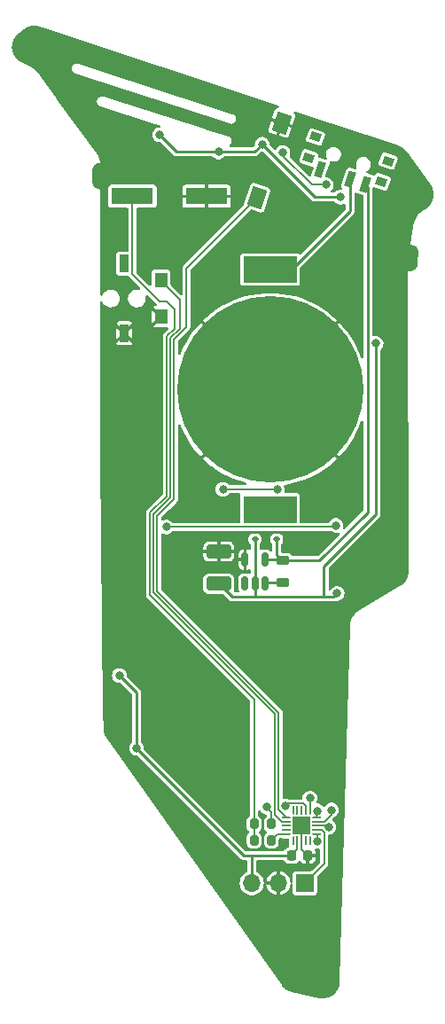
<source format=gbl>
G04 #@! TF.GenerationSoftware,KiCad,Pcbnew,7.0.2*
G04 #@! TF.CreationDate,2023-07-07T17:49:51-07:00*
G04 #@! TF.ProjectId,dc31-badge-sao,64633331-2d62-4616-9467-652d73616f2e,rev?*
G04 #@! TF.SameCoordinates,Original*
G04 #@! TF.FileFunction,Copper,L2,Bot*
G04 #@! TF.FilePolarity,Positive*
%FSLAX46Y46*%
G04 Gerber Fmt 4.6, Leading zero omitted, Abs format (unit mm)*
G04 Created by KiCad (PCBNEW 7.0.2) date 2023-07-07 17:49:51*
%MOMM*%
%LPD*%
G01*
G04 APERTURE LIST*
G04 Aperture macros list*
%AMRoundRect*
0 Rectangle with rounded corners*
0 $1 Rounding radius*
0 $2 $3 $4 $5 $6 $7 $8 $9 X,Y pos of 4 corners*
0 Add a 4 corners polygon primitive as box body*
4,1,4,$2,$3,$4,$5,$6,$7,$8,$9,$2,$3,0*
0 Add four circle primitives for the rounded corners*
1,1,$1+$1,$2,$3*
1,1,$1+$1,$4,$5*
1,1,$1+$1,$6,$7*
1,1,$1+$1,$8,$9*
0 Add four rect primitives between the rounded corners*
20,1,$1+$1,$2,$3,$4,$5,0*
20,1,$1+$1,$4,$5,$6,$7,0*
20,1,$1+$1,$6,$7,$8,$9,0*
20,1,$1+$1,$8,$9,$2,$3,0*%
%AMRotRect*
0 Rectangle, with rotation*
0 The origin of the aperture is its center*
0 $1 length*
0 $2 width*
0 $3 Rotation angle, in degrees counterclockwise*
0 Add horizontal line*
21,1,$1,$2,0,0,$3*%
%AMFreePoly0*
4,1,14,0.085355,0.385355,0.100000,0.350000,0.100000,-0.350000,0.085355,-0.385355,0.050000,-0.400000,-0.050000,-0.400000,-0.085355,-0.385355,-0.100000,-0.350000,-0.100000,0.299289,-0.085355,0.334644,-0.034644,0.385355,0.000711,0.400000,0.050000,0.400000,0.085355,0.385355,0.085355,0.385355,$1*%
%AMFreePoly1*
4,1,14,0.034644,0.385355,0.085355,0.334644,0.100000,0.299289,0.100000,-0.350000,0.085355,-0.385355,0.050000,-0.400000,-0.050000,-0.400000,-0.085355,-0.385355,-0.100000,-0.350000,-0.100000,0.350000,-0.085355,0.385355,-0.050000,0.400000,-0.000711,0.400000,0.034644,0.385355,0.034644,0.385355,$1*%
%AMFreePoly2*
4,1,14,0.385355,0.085355,0.400000,0.050000,0.400000,-0.050000,0.385355,-0.085355,0.350000,-0.100000,-0.299289,-0.100000,-0.334644,-0.085355,-0.385355,-0.034644,-0.400000,0.000711,-0.400000,0.050000,-0.385355,0.085355,-0.350000,0.100000,0.350000,0.100000,0.385355,0.085355,0.385355,0.085355,$1*%
%AMFreePoly3*
4,1,14,0.385355,0.085355,0.400000,0.050000,0.400000,-0.050000,0.385355,-0.085355,0.350000,-0.100000,-0.350000,-0.100000,-0.385355,-0.085355,-0.400000,-0.050000,-0.400000,-0.000711,-0.385355,0.034644,-0.334644,0.085355,-0.299289,0.100000,0.350000,0.100000,0.385355,0.085355,0.385355,0.085355,$1*%
%AMFreePoly4*
4,1,14,0.085355,0.385355,0.100000,0.350000,0.100000,-0.299289,0.085355,-0.334644,0.034644,-0.385355,-0.000711,-0.400000,-0.050000,-0.400000,-0.085355,-0.385355,-0.100000,-0.350000,-0.100000,0.350000,-0.085355,0.385355,-0.050000,0.400000,0.050000,0.400000,0.085355,0.385355,0.085355,0.385355,$1*%
%AMFreePoly5*
4,1,14,0.085355,0.385355,0.100000,0.350000,0.100000,-0.350000,0.085355,-0.385355,0.050000,-0.400000,0.000711,-0.400000,-0.034644,-0.385355,-0.085355,-0.334644,-0.100000,-0.299289,-0.100000,0.350000,-0.085355,0.385355,-0.050000,0.400000,0.050000,0.400000,0.085355,0.385355,0.085355,0.385355,$1*%
%AMFreePoly6*
4,1,14,0.334644,0.085355,0.385355,0.034644,0.400000,-0.000711,0.400000,-0.050000,0.385355,-0.085355,0.350000,-0.100000,-0.350000,-0.100000,-0.385355,-0.085355,-0.400000,-0.050000,-0.400000,0.050000,-0.385355,0.085355,-0.350000,0.100000,0.299289,0.100000,0.334644,0.085355,0.334644,0.085355,$1*%
%AMFreePoly7*
4,1,14,0.385355,0.085355,0.400000,0.050000,0.400000,0.000711,0.385355,-0.034644,0.334644,-0.085355,0.299289,-0.100000,-0.350000,-0.100000,-0.385355,-0.085355,-0.400000,-0.050000,-0.400000,0.050000,-0.385355,0.085355,-0.350000,0.100000,0.350000,0.100000,0.385355,0.085355,0.385355,0.085355,$1*%
G04 Aperture macros list end*
G04 #@! TA.AperFunction,SMDPad,CuDef*
%ADD10R,1.700000X1.700000*%
G04 #@! TD*
G04 #@! TA.AperFunction,SMDPad,CuDef*
%ADD11FreePoly0,90.000000*%
G04 #@! TD*
G04 #@! TA.AperFunction,SMDPad,CuDef*
%ADD12RoundRect,0.050000X0.350000X-0.050000X0.350000X0.050000X-0.350000X0.050000X-0.350000X-0.050000X0*%
G04 #@! TD*
G04 #@! TA.AperFunction,SMDPad,CuDef*
%ADD13FreePoly1,90.000000*%
G04 #@! TD*
G04 #@! TA.AperFunction,SMDPad,CuDef*
%ADD14FreePoly2,90.000000*%
G04 #@! TD*
G04 #@! TA.AperFunction,SMDPad,CuDef*
%ADD15RoundRect,0.050000X0.050000X-0.350000X0.050000X0.350000X-0.050000X0.350000X-0.050000X-0.350000X0*%
G04 #@! TD*
G04 #@! TA.AperFunction,SMDPad,CuDef*
%ADD16FreePoly3,90.000000*%
G04 #@! TD*
G04 #@! TA.AperFunction,SMDPad,CuDef*
%ADD17FreePoly4,90.000000*%
G04 #@! TD*
G04 #@! TA.AperFunction,SMDPad,CuDef*
%ADD18FreePoly5,90.000000*%
G04 #@! TD*
G04 #@! TA.AperFunction,SMDPad,CuDef*
%ADD19FreePoly6,90.000000*%
G04 #@! TD*
G04 #@! TA.AperFunction,SMDPad,CuDef*
%ADD20FreePoly7,90.000000*%
G04 #@! TD*
G04 #@! TA.AperFunction,SMDPad,CuDef*
%ADD21R,1.250000X1.400000*%
G04 #@! TD*
G04 #@! TA.AperFunction,SMDPad,CuDef*
%ADD22R,0.950000X1.675000*%
G04 #@! TD*
G04 #@! TA.AperFunction,SMDPad,CuDef*
%ADD23RotRect,1.900000X1.400000X71.700000*%
G04 #@! TD*
G04 #@! TA.AperFunction,ComponentPad*
%ADD24R,1.700000X1.700000*%
G04 #@! TD*
G04 #@! TA.AperFunction,ComponentPad*
%ADD25O,1.700000X1.700000*%
G04 #@! TD*
G04 #@! TA.AperFunction,SMDPad,CuDef*
%ADD26RotRect,0.800000X1.000000X251.701000*%
G04 #@! TD*
G04 #@! TA.AperFunction,SMDPad,CuDef*
%ADD27RotRect,0.700000X1.500000X341.701000*%
G04 #@! TD*
G04 #@! TA.AperFunction,SMDPad,CuDef*
%ADD28RoundRect,0.150000X0.150000X-0.512500X0.150000X0.512500X-0.150000X0.512500X-0.150000X-0.512500X0*%
G04 #@! TD*
G04 #@! TA.AperFunction,SMDPad,CuDef*
%ADD29RoundRect,0.200000X-0.200000X-0.275000X0.200000X-0.275000X0.200000X0.275000X-0.200000X0.275000X0*%
G04 #@! TD*
G04 #@! TA.AperFunction,SMDPad,CuDef*
%ADD30RoundRect,0.200000X0.200000X0.275000X-0.200000X0.275000X-0.200000X-0.275000X0.200000X-0.275000X0*%
G04 #@! TD*
G04 #@! TA.AperFunction,SMDPad,CuDef*
%ADD31RoundRect,0.218750X0.381250X-0.218750X0.381250X0.218750X-0.381250X0.218750X-0.381250X-0.218750X0*%
G04 #@! TD*
G04 #@! TA.AperFunction,SMDPad,CuDef*
%ADD32RoundRect,0.112500X-0.187500X-0.112500X0.187500X-0.112500X0.187500X0.112500X-0.187500X0.112500X0*%
G04 #@! TD*
G04 #@! TA.AperFunction,SMDPad,CuDef*
%ADD33RoundRect,0.250000X0.925000X-0.412500X0.925000X0.412500X-0.925000X0.412500X-0.925000X-0.412500X0*%
G04 #@! TD*
G04 #@! TA.AperFunction,SMDPad,CuDef*
%ADD34RoundRect,0.225000X-0.225000X-0.250000X0.225000X-0.250000X0.225000X0.250000X-0.225000X0.250000X0*%
G04 #@! TD*
G04 #@! TA.AperFunction,SMDPad,CuDef*
%ADD35R,4.000000X1.600000*%
G04 #@! TD*
G04 #@! TA.AperFunction,SMDPad,CuDef*
%ADD36R,5.100000X2.500000*%
G04 #@! TD*
G04 #@! TA.AperFunction,SMDPad,CuDef*
%ADD37C,17.800000*%
G04 #@! TD*
G04 #@! TA.AperFunction,ViaPad*
%ADD38C,0.800000*%
G04 #@! TD*
G04 #@! TA.AperFunction,Conductor*
%ADD39C,0.150000*%
G04 #@! TD*
G04 #@! TA.AperFunction,Conductor*
%ADD40C,0.250000*%
G04 #@! TD*
G04 #@! TA.AperFunction,Conductor*
%ADD41C,0.200000*%
G04 #@! TD*
G04 APERTURE END LIST*
D10*
X120475000Y-129450000D03*
D11*
X121925000Y-130250000D03*
D12*
X121925000Y-129850000D03*
X121925000Y-129450000D03*
X121925000Y-129050000D03*
D13*
X121925000Y-128650000D03*
D14*
X121275000Y-128000000D03*
D15*
X120875000Y-128000000D03*
X120475000Y-128000000D03*
X120075000Y-128000000D03*
D16*
X119675000Y-128000000D03*
D17*
X119025000Y-128650000D03*
D12*
X119025000Y-129050000D03*
X119025000Y-129450000D03*
X119025000Y-129850000D03*
D18*
X119025000Y-130250000D03*
D19*
X119675000Y-130900000D03*
D15*
X120075000Y-130900000D03*
X120475000Y-130900000D03*
X120875000Y-130900000D03*
D20*
X121275000Y-130900000D03*
D21*
X107050000Y-80850000D03*
X107050000Y-77350000D03*
D22*
X103550000Y-82425000D03*
X103550000Y-75775000D03*
D23*
X118602472Y-62339654D03*
X116247528Y-69460346D03*
D24*
X120800000Y-134935000D03*
D25*
X118260000Y-134935000D03*
X115720000Y-134935000D03*
D26*
X128096481Y-67960891D03*
X128755830Y-65967086D03*
X121824984Y-63675062D03*
X121165635Y-65668867D03*
D27*
X126547494Y-68185926D03*
X125123348Y-67714962D03*
X122275055Y-66773035D03*
D28*
X116975000Y-106312500D03*
X116025000Y-106312500D03*
X115075000Y-106312500D03*
X115075000Y-104037500D03*
X116975000Y-104037500D03*
D29*
X117600000Y-129295000D03*
X115950000Y-129295000D03*
D30*
X115950000Y-130835000D03*
X117600000Y-130835000D03*
D31*
X118700000Y-106262500D03*
X118700000Y-104137500D03*
D32*
X116025000Y-102075000D03*
X118125000Y-102075000D03*
D33*
X112575000Y-106337500D03*
X112575000Y-103262500D03*
D34*
X121050000Y-132310000D03*
X119500000Y-132310000D03*
D35*
X104325000Y-69350000D03*
X111400000Y-69350000D03*
D36*
X117475000Y-99250000D03*
X117475000Y-76350000D03*
D37*
X117475000Y-87800000D03*
D38*
X124275000Y-95300000D03*
X127600000Y-83400000D03*
X123875000Y-107275000D03*
X124200000Y-69425000D03*
X106925000Y-63475000D03*
X103075000Y-115100000D03*
X104725000Y-122050000D03*
X103050000Y-116425000D03*
X112550000Y-65100000D03*
X116725000Y-64375000D03*
X124250000Y-104525000D03*
X105600000Y-95600000D03*
X105850000Y-112700000D03*
X125925000Y-95125000D03*
X118225000Y-64125000D03*
X110775000Y-67700000D03*
X119111580Y-73250000D03*
X125125000Y-73700000D03*
X105874500Y-85926944D03*
X111150000Y-77650000D03*
X111000000Y-94975000D03*
X112975000Y-97325000D03*
X118150000Y-97325000D03*
X118700000Y-65150000D03*
X122850000Y-68250000D03*
X123750000Y-100775000D03*
X107575000Y-100925000D03*
X123075000Y-129575000D03*
X117150000Y-127675500D03*
X118973503Y-127584974D03*
X121975000Y-130960000D03*
X121275000Y-126825000D03*
X123325000Y-127950000D03*
X121975500Y-128027164D03*
D39*
X118700000Y-65480730D02*
X118700000Y-65150000D01*
X121469270Y-68250000D02*
X118700000Y-65480730D01*
X122850000Y-68250000D02*
X121469270Y-68250000D01*
X112975000Y-97325000D02*
X118150000Y-97325000D01*
D40*
X126824523Y-99500477D02*
X122187500Y-104137500D01*
X122187500Y-104137500D02*
X118700000Y-104137500D01*
X126824523Y-68462955D02*
X126824523Y-99500477D01*
X126547494Y-68185926D02*
X126824523Y-68462955D01*
X108550000Y-65100000D02*
X106925000Y-63475000D01*
X112550000Y-65100000D02*
X108550000Y-65100000D01*
X116000000Y-65100000D02*
X112550000Y-65100000D01*
X116725000Y-64375000D02*
X116000000Y-65100000D01*
X116025000Y-107600000D02*
X122625000Y-107600000D01*
X127600000Y-99700000D02*
X122625000Y-104675000D01*
X127600000Y-99700000D02*
X127600000Y-83400000D01*
X122625000Y-107600000D02*
X123550000Y-107600000D01*
X122625000Y-104675000D02*
X122625000Y-107600000D01*
X123550000Y-107600000D02*
X123875000Y-107275000D01*
X113837500Y-107600000D02*
X112575000Y-106337500D01*
X116025000Y-107600000D02*
X113837500Y-107600000D01*
X116025000Y-106312500D02*
X116025000Y-107600000D01*
X121775000Y-69425000D02*
X124200000Y-69425000D01*
X116725000Y-64375000D02*
X121775000Y-69425000D01*
X119500000Y-76350000D02*
X117475000Y-76350000D01*
X125123348Y-70726652D02*
X119500000Y-76350000D01*
X125123348Y-67714962D02*
X125123348Y-70726652D01*
D39*
X123325000Y-128371112D02*
X123325000Y-127950000D01*
X121925000Y-129050000D02*
X122646112Y-129050000D01*
X122646112Y-129050000D02*
X123325000Y-128371112D01*
X121925000Y-128077664D02*
X121975500Y-128027164D01*
X121925000Y-128650000D02*
X121925000Y-128077664D01*
X121275000Y-128000000D02*
X121275000Y-126825000D01*
D40*
X104725000Y-116750000D02*
X104725000Y-122050000D01*
X103075000Y-115100000D02*
X104725000Y-116750000D01*
X115720000Y-132340000D02*
X115750000Y-132310000D01*
X114985000Y-132310000D02*
X115750000Y-132310000D01*
X104725000Y-122050000D02*
X114985000Y-132310000D01*
X115720000Y-134935000D02*
X115720000Y-132340000D01*
X119500000Y-132310000D02*
X115750000Y-132310000D01*
D39*
X118299003Y-127924003D02*
X119025000Y-128650000D01*
X106699002Y-99864538D02*
X106699002Y-107029732D01*
X108300000Y-83000000D02*
X108300000Y-98263540D01*
X109475000Y-81825000D02*
X108300000Y-83000000D01*
X109475000Y-76232874D02*
X109475000Y-81825000D01*
X116247528Y-69460346D02*
X109475000Y-76232874D01*
X115950000Y-117375000D02*
X115950000Y-129295000D01*
X106000000Y-107425000D02*
X115950000Y-117375000D01*
X106699002Y-107029732D02*
X118299002Y-118629733D01*
X106000000Y-99575002D02*
X106000000Y-107425000D01*
X108325000Y-81986461D02*
X107600998Y-82710464D01*
X108325000Y-80150000D02*
X108325000Y-81986461D01*
X107575000Y-79400000D02*
X108325000Y-80150000D01*
X106925000Y-79400000D02*
X107575000Y-79400000D01*
X118299002Y-118629733D02*
X118299003Y-127924003D01*
X104325000Y-76800000D02*
X106925000Y-79400000D01*
X104325000Y-69350000D02*
X104325000Y-76800000D01*
X117949501Y-128434120D02*
X118565381Y-129050000D01*
X117949501Y-118774501D02*
X117949501Y-128434120D01*
X106349501Y-107174501D02*
X117949501Y-118774501D01*
X108825000Y-81980730D02*
X107950499Y-82855232D01*
X108300000Y-98263540D02*
X106699002Y-99864538D01*
X108825000Y-79200000D02*
X108825000Y-81980730D01*
X107050000Y-77350000D02*
X107050000Y-77425000D01*
X118565381Y-129050000D02*
X119025000Y-129050000D01*
X107600998Y-82710464D02*
X107600998Y-97974002D01*
X107600998Y-97974002D02*
X106000000Y-99575002D01*
X106349501Y-99719770D02*
X106349501Y-107174501D01*
X107950499Y-98118771D02*
X106349501Y-99719770D01*
X107950499Y-82855232D02*
X107950499Y-98118771D01*
X107050000Y-77425000D02*
X108825000Y-79200000D01*
X119233477Y-127325000D02*
X118973503Y-127584974D01*
X120659619Y-127325000D02*
X119233477Y-127325000D01*
X120875000Y-128000000D02*
X120875000Y-127540381D01*
X120875000Y-127540381D02*
X120659619Y-127325000D01*
X123600000Y-100925000D02*
X107575000Y-100925000D01*
X123750000Y-100775000D02*
X123600000Y-100925000D01*
X121975000Y-130300000D02*
X121925000Y-130250000D01*
X121975000Y-130960000D02*
X121975000Y-130300000D01*
X117600000Y-128125500D02*
X117150000Y-127675500D01*
X117600000Y-129295000D02*
X117600000Y-128125500D01*
X122950000Y-129450000D02*
X123075000Y-129575000D01*
X121925000Y-129450000D02*
X122950000Y-129450000D01*
X119025000Y-130250000D02*
X118185000Y-130250000D01*
D41*
X120475000Y-130900000D02*
X120475000Y-129450000D01*
X121050000Y-132310000D02*
X120475000Y-131735000D01*
X120475000Y-131735000D02*
X120475000Y-130900000D01*
X120075000Y-131735000D02*
X119500000Y-132310000D01*
X120075000Y-130900000D02*
X120075000Y-131735000D01*
D39*
X115950000Y-130835000D02*
X115950000Y-129295000D01*
X118185000Y-130250000D02*
X117600000Y-130835000D01*
X122650000Y-133085000D02*
X120800000Y-134935000D01*
X122650000Y-130115381D02*
X122650000Y-133085000D01*
X122409619Y-129875000D02*
X122650000Y-130115381D01*
X121925000Y-129850000D02*
X121950000Y-129875000D01*
X121950000Y-129875000D02*
X122409619Y-129875000D01*
D40*
X117025000Y-106262500D02*
X116975000Y-106312500D01*
X118700000Y-106262500D02*
X117025000Y-106262500D01*
X118600000Y-104037500D02*
X118700000Y-104137500D01*
X116975000Y-104037500D02*
X118600000Y-104037500D01*
X118125000Y-103562500D02*
X118700000Y-104137500D01*
X118125000Y-102075000D02*
X118125000Y-103562500D01*
X116025000Y-102075000D02*
X116025000Y-106312500D01*
G04 #@! TA.AperFunction,Conductor*
G36*
X94917376Y-53051593D02*
G01*
X95006937Y-53053910D01*
X95014552Y-53054342D01*
X95103488Y-53062143D01*
X95110822Y-53063009D01*
X95200053Y-53076264D01*
X95207112Y-53077523D01*
X95296620Y-53096191D01*
X95303371Y-53097799D01*
X95392966Y-53121804D01*
X95399372Y-53123707D01*
X95492070Y-53154001D01*
X95492125Y-53154019D01*
X95492126Y-53154020D01*
X118226250Y-60678935D01*
X118283706Y-60718687D01*
X118310550Y-60783194D01*
X118298259Y-60851974D01*
X118250733Y-60903190D01*
X118199220Y-60920077D01*
X118151472Y-60924694D01*
X118051269Y-60975091D01*
X117976042Y-61058279D01*
X117966913Y-61077931D01*
X117964280Y-61084576D01*
X117700145Y-61883246D01*
X118526117Y-62156411D01*
X118526119Y-62156412D01*
X119598995Y-62511229D01*
X119863131Y-61712558D01*
X119864978Y-61705660D01*
X119869368Y-61684437D01*
X119858572Y-61572801D01*
X119808176Y-61472597D01*
X119773407Y-61441156D01*
X119736887Y-61381591D01*
X119738367Y-61311737D01*
X119777378Y-61253772D01*
X119841534Y-61226100D01*
X119895540Y-61231464D01*
X129747690Y-64492492D01*
X129752225Y-64494093D01*
X129805042Y-64513931D01*
X129809461Y-64515689D01*
X129861406Y-64537533D01*
X129861416Y-64537537D01*
X129865777Y-64539471D01*
X129916804Y-64563280D01*
X129921040Y-64565357D01*
X129971112Y-64591090D01*
X129975198Y-64593288D01*
X130024275Y-64620903D01*
X130028267Y-64623250D01*
X130076286Y-64652697D01*
X130080158Y-64655171D01*
X130127053Y-64686392D01*
X130130785Y-64688978D01*
X130176524Y-64721934D01*
X130180181Y-64724672D01*
X130224715Y-64759323D01*
X130228191Y-64762130D01*
X130271451Y-64798405D01*
X130274836Y-64801350D01*
X130316831Y-64839257D01*
X130320063Y-64842283D01*
X130360686Y-64881726D01*
X130363816Y-64884878D01*
X130403005Y-64925792D01*
X130406022Y-64929059D01*
X130443725Y-64971389D01*
X130446649Y-64974794D01*
X130451891Y-64981128D01*
X130482811Y-65018484D01*
X130485612Y-65021996D01*
X130520726Y-65067693D01*
X130522486Y-65070040D01*
X132774620Y-68149078D01*
X132776732Y-68152057D01*
X132831156Y-68231256D01*
X132835402Y-68237874D01*
X132882964Y-68317463D01*
X132886752Y-68324280D01*
X132928757Y-68405810D01*
X132932072Y-68412766D01*
X132968633Y-68496071D01*
X132971472Y-68503123D01*
X133002638Y-68587941D01*
X133005010Y-68595051D01*
X133030870Y-68681182D01*
X133032782Y-68688315D01*
X133053401Y-68775548D01*
X133054860Y-68782645D01*
X133068045Y-68857853D01*
X133070302Y-68870726D01*
X133071332Y-68877799D01*
X133081659Y-68966509D01*
X133082274Y-68973516D01*
X133087551Y-69062619D01*
X133087767Y-69069553D01*
X133088053Y-69158790D01*
X133087886Y-69165632D01*
X133083249Y-69254722D01*
X133082713Y-69261470D01*
X133073213Y-69350251D01*
X133072319Y-69356898D01*
X133058039Y-69444997D01*
X133056797Y-69451544D01*
X133037785Y-69538840D01*
X133036199Y-69545285D01*
X133012562Y-69631371D01*
X133010636Y-69637717D01*
X132982422Y-69722440D01*
X132980157Y-69728680D01*
X132947460Y-69811746D01*
X132944853Y-69817880D01*
X132907752Y-69899042D01*
X132904796Y-69905070D01*
X132863393Y-69984036D01*
X132860086Y-69989946D01*
X132814438Y-70066527D01*
X132810767Y-70072316D01*
X132760989Y-70146210D01*
X132756953Y-70151854D01*
X132703098Y-70222876D01*
X132698679Y-70228371D01*
X132640870Y-70296222D01*
X132636073Y-70301534D01*
X132574371Y-70366014D01*
X132569189Y-70371121D01*
X132503694Y-70431981D01*
X132498126Y-70436853D01*
X132428894Y-70493883D01*
X132422949Y-70498485D01*
X132350050Y-70551460D01*
X132343741Y-70555755D01*
X132267235Y-70604454D01*
X132260582Y-70608402D01*
X132180541Y-70652593D01*
X132173580Y-70656155D01*
X132090039Y-70695626D01*
X132082804Y-70698767D01*
X131998553Y-70732200D01*
X131991801Y-70734452D01*
X131986354Y-70739115D01*
X131970900Y-70750893D01*
X131967348Y-70752941D01*
X131959728Y-70759291D01*
X131956484Y-70761904D01*
X131946060Y-70770012D01*
X131943163Y-70773396D01*
X131883142Y-70824618D01*
X131879823Y-70826655D01*
X131869440Y-70836228D01*
X131867052Y-70838373D01*
X131856242Y-70847832D01*
X131853878Y-70850899D01*
X131818645Y-70884175D01*
X131816326Y-70885894D01*
X131808728Y-70893493D01*
X131806929Y-70895257D01*
X131796103Y-70905650D01*
X131794177Y-70908354D01*
X131752690Y-70950784D01*
X131750141Y-70952729D01*
X131739984Y-70963778D01*
X131738283Y-70965592D01*
X131730607Y-70973611D01*
X131728815Y-70976248D01*
X131680043Y-71030700D01*
X131676941Y-71033230D01*
X131668094Y-71043932D01*
X131665750Y-71046685D01*
X131656922Y-71056749D01*
X131654994Y-71060029D01*
X131602814Y-71124234D01*
X131599564Y-71127190D01*
X131592225Y-71137105D01*
X131589556Y-71140580D01*
X131582484Y-71149458D01*
X131580533Y-71153122D01*
X131525956Y-71228016D01*
X131522661Y-71231280D01*
X131515197Y-71242614D01*
X131512902Y-71245978D01*
X131504678Y-71257613D01*
X131502955Y-71261593D01*
X131448979Y-71345435D01*
X131445694Y-71349150D01*
X131439972Y-71359164D01*
X131437224Y-71363741D01*
X131432342Y-71371489D01*
X131430576Y-71375950D01*
X131375249Y-71475128D01*
X131371948Y-71479496D01*
X131368356Y-71487017D01*
X131365061Y-71493428D01*
X131360847Y-71501072D01*
X131359214Y-71506382D01*
X131308070Y-71614979D01*
X131305059Y-71619603D01*
X131301968Y-71627435D01*
X131299357Y-71633560D01*
X131294975Y-71643121D01*
X131293775Y-71648734D01*
X131249203Y-71765106D01*
X131246878Y-71769255D01*
X131243468Y-71779721D01*
X131241814Y-71784468D01*
X131237588Y-71795845D01*
X131236873Y-71800474D01*
X131221369Y-71849410D01*
X131220236Y-71851996D01*
X131217715Y-71860821D01*
X131216979Y-71863301D01*
X131212030Y-71879344D01*
X131211695Y-71882886D01*
X131199795Y-71926626D01*
X131198195Y-71930245D01*
X131195318Y-71942756D01*
X131194260Y-71947009D01*
X131190404Y-71961419D01*
X131190182Y-71965345D01*
X131178748Y-72015705D01*
X131177687Y-72018671D01*
X131175695Y-72028939D01*
X131175095Y-72031847D01*
X131171723Y-72047242D01*
X131171672Y-72050975D01*
X131163043Y-72098442D01*
X131161837Y-72101814D01*
X131159601Y-72117062D01*
X131159089Y-72120265D01*
X131156760Y-72133687D01*
X131156815Y-72137385D01*
X131149751Y-72189240D01*
X131148654Y-72192791D01*
X131147132Y-72208009D01*
X131146751Y-72211357D01*
X131144771Y-72226867D01*
X131145067Y-72230676D01*
X131138861Y-72299296D01*
X131137860Y-72307391D01*
X130888112Y-73895491D01*
X130886135Y-73901887D01*
X130885652Y-73908480D01*
X130885047Y-73913781D01*
X130885067Y-73913849D01*
X130885250Y-73914078D01*
X130890312Y-73916862D01*
X130896783Y-73920810D01*
X130903485Y-73922918D01*
X130926286Y-73934313D01*
X130931175Y-73937836D01*
X130940496Y-73941731D01*
X130948146Y-73945237D01*
X130958355Y-73950342D01*
X130964336Y-73951708D01*
X130983415Y-73959694D01*
X130988081Y-73962824D01*
X131002342Y-73967858D01*
X131009624Y-73970690D01*
X131021442Y-73975719D01*
X131026619Y-73976629D01*
X131133881Y-74015538D01*
X131196085Y-74038143D01*
X131199745Y-74039541D01*
X131257565Y-74062710D01*
X131264089Y-74065545D01*
X131318350Y-74091008D01*
X131324927Y-74094337D01*
X131348318Y-74107066D01*
X131353537Y-74110073D01*
X131376427Y-74124011D01*
X131382164Y-74127724D01*
X131403585Y-74142451D01*
X131409716Y-74146950D01*
X131429610Y-74162511D01*
X131436014Y-74167877D01*
X131454469Y-74184432D01*
X131460926Y-74190660D01*
X131478048Y-74208415D01*
X131484349Y-74215470D01*
X131500203Y-74234642D01*
X131506127Y-74242409D01*
X131520807Y-74263317D01*
X131526170Y-74271643D01*
X131539739Y-74294682D01*
X131544383Y-74303334D01*
X131556798Y-74328836D01*
X131560658Y-74337611D01*
X131571865Y-74366022D01*
X131574918Y-74374690D01*
X131584778Y-74406386D01*
X131587068Y-74414773D01*
X131595381Y-74450044D01*
X131596985Y-74458007D01*
X131603548Y-74497193D01*
X131604563Y-74504635D01*
X131609143Y-74547942D01*
X131609678Y-74554825D01*
X131612047Y-74602470D01*
X131612200Y-74608763D01*
X131612143Y-74660936D01*
X131612004Y-74666675D01*
X131609870Y-74711676D01*
X131609461Y-74714169D01*
X131609188Y-74726044D01*
X131609188Y-74726045D01*
X131609186Y-74726132D01*
X131609182Y-74726227D01*
X131609182Y-74726229D01*
X131609102Y-74728657D01*
X131608518Y-74742102D01*
X131608860Y-74744706D01*
X131592477Y-75679617D01*
X131592475Y-75679706D01*
X131590950Y-75720842D01*
X131590372Y-75729008D01*
X131586306Y-75768003D01*
X131585316Y-75775359D01*
X131578564Y-75816221D01*
X131577271Y-75822900D01*
X131567896Y-75865095D01*
X131566358Y-75871265D01*
X131554498Y-75914132D01*
X131552737Y-75919942D01*
X131538527Y-75962983D01*
X131536535Y-75968563D01*
X131520181Y-76011147D01*
X131517928Y-76016621D01*
X131499598Y-76058291D01*
X131497035Y-76063752D01*
X131476975Y-76103930D01*
X131474025Y-76109481D01*
X131452476Y-76147667D01*
X131449031Y-76153406D01*
X131426276Y-76189083D01*
X131422188Y-76195095D01*
X131398579Y-76227722D01*
X131393648Y-76234090D01*
X131369546Y-76263212D01*
X131363506Y-76269990D01*
X131339440Y-76295079D01*
X131331925Y-76302282D01*
X131307180Y-76324083D01*
X131300325Y-76329700D01*
X131290095Y-76337489D01*
X131284821Y-76341290D01*
X131272868Y-76349438D01*
X131268999Y-76351971D01*
X131249178Y-76364426D01*
X131245538Y-76366628D01*
X131225473Y-76378296D01*
X131221829Y-76380333D01*
X131201695Y-76391151D01*
X131198048Y-76393034D01*
X131177853Y-76403038D01*
X131174218Y-76404766D01*
X131153949Y-76414000D01*
X131150358Y-76415567D01*
X131130114Y-76424028D01*
X131126544Y-76425456D01*
X131106218Y-76433220D01*
X131102713Y-76434499D01*
X131082430Y-76441555D01*
X131078987Y-76442696D01*
X131058721Y-76449088D01*
X131055347Y-76450100D01*
X131035199Y-76455831D01*
X131031897Y-76456721D01*
X131011791Y-76461845D01*
X131008571Y-76462620D01*
X130989290Y-76466989D01*
X130984647Y-76467948D01*
X130944244Y-76475492D01*
X130938346Y-76476447D01*
X130899536Y-76481774D01*
X130894008Y-76482407D01*
X130856160Y-76485881D01*
X130851017Y-76486245D01*
X130814491Y-76488071D01*
X130809723Y-76488218D01*
X130774600Y-76488621D01*
X130770208Y-76488593D01*
X130767067Y-76488517D01*
X130736972Y-76487796D01*
X130732937Y-76487634D01*
X130701598Y-76485860D01*
X130697925Y-76485597D01*
X130668918Y-76483089D01*
X130665595Y-76482757D01*
X130639026Y-76479737D01*
X130636095Y-76479367D01*
X130626582Y-76478054D01*
X130618398Y-76475853D01*
X130610476Y-76475861D01*
X130609423Y-76483586D01*
X130610496Y-76491964D01*
X130697692Y-105148911D01*
X130697651Y-105152532D01*
X130694979Y-105254645D01*
X130694494Y-105262824D01*
X130685372Y-105361421D01*
X130684355Y-105369507D01*
X130668890Y-105466579D01*
X130667355Y-105474531D01*
X130645696Y-105569902D01*
X130643656Y-105577700D01*
X130615965Y-105671064D01*
X130613438Y-105678674D01*
X130579882Y-105769750D01*
X130576880Y-105777154D01*
X130537595Y-105865731D01*
X130534134Y-105872903D01*
X130489295Y-105958680D01*
X130485385Y-105965609D01*
X130435144Y-106048323D01*
X130430801Y-106054982D01*
X130375319Y-106134369D01*
X130370552Y-106140743D01*
X130310007Y-106216512D01*
X130304826Y-106222585D01*
X130239336Y-106294516D01*
X130233757Y-106300260D01*
X130163527Y-106368040D01*
X130157559Y-106373436D01*
X130082697Y-106436844D01*
X130076364Y-106441864D01*
X129997096Y-106500583D01*
X129990412Y-106505203D01*
X129905065Y-106560152D01*
X129901621Y-106562290D01*
X125924790Y-108942521D01*
X125922955Y-108943316D01*
X125910818Y-108950882D01*
X125910817Y-108950883D01*
X125910740Y-108950931D01*
X125910660Y-108950980D01*
X125910658Y-108950981D01*
X125895993Y-108959962D01*
X125894427Y-108961342D01*
X125838501Y-108997033D01*
X125833882Y-108999092D01*
X125824903Y-109005539D01*
X125820546Y-109008529D01*
X125813310Y-109013269D01*
X125809951Y-109016452D01*
X125753807Y-109057536D01*
X125749365Y-109059890D01*
X125741457Y-109066372D01*
X125736804Y-109070004D01*
X125730222Y-109074893D01*
X125726875Y-109078501D01*
X125674106Y-109122510D01*
X125669799Y-109125150D01*
X125662292Y-109132149D01*
X125657844Y-109136101D01*
X125649902Y-109142821D01*
X125646741Y-109146845D01*
X125599160Y-109191910D01*
X125595488Y-109194481D01*
X125587233Y-109203067D01*
X125584218Y-109206096D01*
X125576189Y-109213888D01*
X125573494Y-109217772D01*
X125549732Y-109243294D01*
X125529401Y-109265130D01*
X125525156Y-109268471D01*
X125518300Y-109276765D01*
X125513913Y-109281791D01*
X125507227Y-109289045D01*
X125504545Y-109293510D01*
X125463403Y-109343653D01*
X125459580Y-109347115D01*
X125453497Y-109355446D01*
X125449639Y-109360456D01*
X125444249Y-109367097D01*
X125441871Y-109371537D01*
X125402877Y-109425621D01*
X125399614Y-109428987D01*
X125393460Y-109438485D01*
X125390914Y-109442261D01*
X125383993Y-109452127D01*
X125382109Y-109456445D01*
X125347149Y-109511916D01*
X125344070Y-109515589D01*
X125339428Y-109523896D01*
X125336650Y-109528619D01*
X125330319Y-109538857D01*
X125328614Y-109543635D01*
X125298014Y-109599639D01*
X125295155Y-109603457D01*
X125290452Y-109613225D01*
X125288323Y-109617438D01*
X125282885Y-109627711D01*
X125281552Y-109632179D01*
X125253392Y-109692345D01*
X125250744Y-109696477D01*
X125247446Y-109704672D01*
X125245141Y-109710032D01*
X125240363Y-109720455D01*
X125239249Y-109725419D01*
X125215497Y-109785703D01*
X125212970Y-109790163D01*
X125210030Y-109799093D01*
X125207907Y-109805027D01*
X125203818Y-109815599D01*
X125203004Y-109820768D01*
X125183589Y-109880812D01*
X125181236Y-109885484D01*
X125178425Y-109896220D01*
X125176716Y-109902140D01*
X125173208Y-109913248D01*
X125172729Y-109918458D01*
X125156484Y-109982103D01*
X125154697Y-109986520D01*
X125152818Y-109995915D01*
X125151696Y-110000973D01*
X125148830Y-110012721D01*
X125148676Y-110017682D01*
X125136409Y-110082579D01*
X125134802Y-110087345D01*
X125133582Y-110096618D01*
X125132642Y-110102622D01*
X125130633Y-110113670D01*
X125130795Y-110118896D01*
X125122662Y-110184460D01*
X125121336Y-110189287D01*
X125120618Y-110199710D01*
X125120115Y-110205209D01*
X125118716Y-110217491D01*
X125119226Y-110222558D01*
X125115318Y-110287903D01*
X125114702Y-110290802D01*
X125114245Y-110305130D01*
X125114108Y-110308205D01*
X125113266Y-110323023D01*
X125113633Y-110325954D01*
X124698752Y-124542211D01*
X124120296Y-144345139D01*
X124120144Y-144348643D01*
X124114970Y-144438534D01*
X124114365Y-144445563D01*
X124104436Y-144531980D01*
X124103433Y-144538953D01*
X124088805Y-144623554D01*
X124087413Y-144630438D01*
X124068236Y-144713136D01*
X124066463Y-144719906D01*
X124042882Y-144800601D01*
X124040746Y-144807216D01*
X124012918Y-144885791D01*
X124010430Y-144892239D01*
X123978489Y-144968612D01*
X123975667Y-144974869D01*
X123939749Y-145048945D01*
X123936611Y-145054986D01*
X123896880Y-145126622D01*
X123893440Y-145132445D01*
X123850019Y-145201560D01*
X123846294Y-145207148D01*
X123799342Y-145273602D01*
X123795347Y-145278945D01*
X123745000Y-145342637D01*
X123740748Y-145347729D01*
X123687178Y-145408511D01*
X123682679Y-145413350D01*
X123626000Y-145471139D01*
X123621266Y-145475716D01*
X123561640Y-145530377D01*
X123556680Y-145534688D01*
X123494290Y-145586074D01*
X123489115Y-145590111D01*
X123424070Y-145638141D01*
X123418683Y-145641903D01*
X123351137Y-145686452D01*
X123345544Y-145689931D01*
X123275688Y-145730854D01*
X123269903Y-145734039D01*
X123197878Y-145771231D01*
X123191903Y-145774117D01*
X123117822Y-145807479D01*
X123111667Y-145810054D01*
X123035703Y-145839459D01*
X123029377Y-145841712D01*
X122951726Y-145867029D01*
X122945246Y-145868948D01*
X122865994Y-145890087D01*
X122859367Y-145891661D01*
X122778683Y-145908498D01*
X122771934Y-145909713D01*
X122738784Y-145914736D01*
X122689933Y-145922140D01*
X122683081Y-145922984D01*
X122599952Y-145930880D01*
X122593017Y-145931343D01*
X122508868Y-145934596D01*
X122501880Y-145934670D01*
X122416804Y-145933162D01*
X122409792Y-145932839D01*
X122323979Y-145926448D01*
X122316981Y-145925726D01*
X122230523Y-145914327D01*
X122223569Y-145913208D01*
X122134961Y-145896360D01*
X122131388Y-145895627D01*
X119560083Y-145327897D01*
X119557433Y-145327281D01*
X119487781Y-145310291D01*
X119482155Y-145308778D01*
X119415137Y-145289053D01*
X119409603Y-145287282D01*
X119343818Y-145264521D01*
X119338400Y-145262504D01*
X119337281Y-145262057D01*
X119273953Y-145236782D01*
X119268671Y-145234530D01*
X119205591Y-145205887D01*
X119200421Y-145203394D01*
X119138840Y-145171917D01*
X119133803Y-145169194D01*
X119073749Y-145134912D01*
X119068868Y-145131975D01*
X119010456Y-145094974D01*
X119005753Y-145091842D01*
X118949023Y-145052149D01*
X118944473Y-145048808D01*
X118889572Y-145006532D01*
X118885175Y-145002983D01*
X118832139Y-144958150D01*
X118827915Y-144954412D01*
X118776867Y-144907116D01*
X118772849Y-144903221D01*
X118723811Y-144853467D01*
X118719983Y-144849403D01*
X118673096Y-144797309D01*
X118669451Y-144793071D01*
X118624731Y-144738620D01*
X118621313Y-144734260D01*
X118578236Y-144676688D01*
X118576305Y-144674035D01*
X101857373Y-121050367D01*
X101857372Y-121050367D01*
X101823518Y-121001564D01*
X101820824Y-120997512D01*
X101790232Y-120949457D01*
X101787693Y-120945290D01*
X101759063Y-120896150D01*
X101756708Y-120891919D01*
X101730058Y-120841773D01*
X101727882Y-120837480D01*
X101703180Y-120786300D01*
X101701182Y-120781949D01*
X101678472Y-120729849D01*
X101676670Y-120725485D01*
X101655984Y-120672566D01*
X101654342Y-120668115D01*
X101635715Y-120614500D01*
X101634249Y-120610007D01*
X101628144Y-120590006D01*
X101617655Y-120555643D01*
X101616384Y-120551177D01*
X101601854Y-120496160D01*
X101600763Y-120491688D01*
X101588327Y-120436134D01*
X101587391Y-120431541D01*
X101577078Y-120375575D01*
X101576312Y-120370924D01*
X101568131Y-120314589D01*
X101567542Y-120309911D01*
X101561501Y-120253231D01*
X101561095Y-120248577D01*
X101557216Y-120191661D01*
X101556986Y-120186947D01*
X101555214Y-120127468D01*
X101536107Y-118668676D01*
X101214857Y-94141250D01*
X101214850Y-94138908D01*
X101234206Y-91468459D01*
X101234205Y-91468457D01*
X101234330Y-91451222D01*
X101234200Y-91450338D01*
X101232659Y-83385683D01*
X102801447Y-83385683D01*
X102823213Y-83434977D01*
X102902521Y-83514286D01*
X103005125Y-83559590D01*
X103026659Y-83562088D01*
X103033780Y-83562499D01*
X104066213Y-83562499D01*
X104073335Y-83562087D01*
X104094876Y-83559589D01*
X104197477Y-83514287D01*
X104276787Y-83434976D01*
X104298551Y-83385683D01*
X104298551Y-83385682D01*
X103550000Y-82637132D01*
X102801447Y-83385683D01*
X101232659Y-83385683D01*
X101232368Y-81862131D01*
X102775000Y-81862131D01*
X102775000Y-82987867D01*
X103337867Y-82425001D01*
X103337867Y-82425000D01*
X103762132Y-82425000D01*
X104324998Y-82987867D01*
X104324999Y-82987866D01*
X104324999Y-81862132D01*
X104324998Y-81862131D01*
X103762132Y-82424999D01*
X103762132Y-82425000D01*
X103337867Y-82425000D01*
X103337867Y-82424999D01*
X102775000Y-81862131D01*
X101232368Y-81862131D01*
X101232292Y-81464315D01*
X102801447Y-81464315D01*
X103549998Y-82212868D01*
X103549999Y-82212868D01*
X104298551Y-81464315D01*
X104276785Y-81415019D01*
X104197480Y-81335714D01*
X104094874Y-81290409D01*
X104073340Y-81287911D01*
X104066219Y-81287500D01*
X103033786Y-81287500D01*
X103026664Y-81287912D01*
X103005123Y-81290410D01*
X102902520Y-81335713D01*
X102823214Y-81415019D01*
X102801447Y-81464315D01*
X101232292Y-81464315D01*
X101232039Y-80137131D01*
X106125000Y-80137131D01*
X106125000Y-81562867D01*
X106837868Y-80850000D01*
X106837868Y-80849999D01*
X106125000Y-80137131D01*
X101232039Y-80137131D01*
X101231916Y-79494049D01*
X101251588Y-79427009D01*
X101304383Y-79381244D01*
X101373540Y-79371288D01*
X101437101Y-79400301D01*
X101465471Y-79435946D01*
X101541899Y-79580103D01*
X101661663Y-79721100D01*
X101808936Y-79833055D01*
X101976830Y-79910731D01*
X101976831Y-79910731D01*
X101976833Y-79910732D01*
X102157503Y-79950500D01*
X102292754Y-79950500D01*
X102296113Y-79950500D01*
X102433910Y-79935514D01*
X102609221Y-79876444D01*
X102767736Y-79781070D01*
X102902041Y-79653849D01*
X103005858Y-79500730D01*
X103053465Y-79381244D01*
X103074330Y-79328878D01*
X103074330Y-79328877D01*
X103074331Y-79328875D01*
X103104260Y-79146317D01*
X103094245Y-78961593D01*
X103085193Y-78928992D01*
X103044754Y-78783341D01*
X102958100Y-78619896D01*
X102838336Y-78478899D01*
X102691063Y-78366944D01*
X102523169Y-78289268D01*
X102342497Y-78249500D01*
X102203887Y-78249500D01*
X102200552Y-78249862D01*
X102200546Y-78249863D01*
X102066091Y-78264485D01*
X101890779Y-78323556D01*
X101732262Y-78418931D01*
X101597960Y-78546149D01*
X101494141Y-78699271D01*
X101470960Y-78757451D01*
X101427859Y-78812443D01*
X101361870Y-78835403D01*
X101293943Y-78819042D01*
X101245645Y-78768553D01*
X101231767Y-78711577D01*
X101231760Y-78673623D01*
X101229860Y-68727780D01*
X101230500Y-68724427D01*
X101229917Y-68705851D01*
X101229882Y-68703664D01*
X101229833Y-68703549D01*
X101229800Y-68703517D01*
X101227785Y-68702723D01*
X101214505Y-68697250D01*
X101211228Y-68696571D01*
X101191796Y-68689276D01*
X101188146Y-68687093D01*
X101172862Y-68682063D01*
X101168389Y-68680496D01*
X101155972Y-68675876D01*
X101151828Y-68675220D01*
X101129586Y-68667994D01*
X101127915Y-68667126D01*
X101109896Y-68661598D01*
X101094215Y-68656600D01*
X101092346Y-68656326D01*
X100987600Y-68624860D01*
X100985132Y-68624090D01*
X100927593Y-68605458D01*
X100922520Y-68603692D01*
X100868983Y-68583736D01*
X100861329Y-68580589D01*
X100810979Y-68557888D01*
X100803755Y-68554345D01*
X100782268Y-68542924D01*
X100776758Y-68539812D01*
X100755452Y-68527046D01*
X100749558Y-68523283D01*
X100729548Y-68509690D01*
X100723298Y-68505152D01*
X100704577Y-68490651D01*
X100698187Y-68485351D01*
X100680608Y-68469745D01*
X100674253Y-68463687D01*
X100657783Y-68446836D01*
X100651652Y-68440083D01*
X100642702Y-68429466D01*
X100636165Y-68421711D01*
X100630445Y-68414384D01*
X100615883Y-68394217D01*
X100610711Y-68386455D01*
X100605231Y-68377520D01*
X100597042Y-68364167D01*
X100592544Y-68356185D01*
X100579773Y-68331415D01*
X100575983Y-68323365D01*
X100564184Y-68295770D01*
X100561127Y-68287877D01*
X100550436Y-68257193D01*
X100548039Y-68249519D01*
X100538610Y-68215484D01*
X100536819Y-68208161D01*
X100528810Y-68170484D01*
X100527549Y-68163600D01*
X100521142Y-68122053D01*
X100520327Y-68115677D01*
X100515711Y-68070122D01*
X100515257Y-68064239D01*
X100512605Y-68014486D01*
X100512435Y-68009075D01*
X100512050Y-67968908D01*
X100512400Y-67966034D01*
X100511959Y-67954258D01*
X100511878Y-67950801D01*
X100511801Y-67942807D01*
X100511422Y-67940061D01*
X100510742Y-67922069D01*
X100475876Y-66999916D01*
X100475807Y-66997385D01*
X100475672Y-66989440D01*
X100475128Y-66957511D01*
X100475258Y-66949371D01*
X100477186Y-66910122D01*
X100477765Y-66902805D01*
X100482253Y-66861560D01*
X100483161Y-66854898D01*
X100489359Y-66817123D01*
X100490170Y-66812176D01*
X100491334Y-66806059D01*
X100500784Y-66762410D01*
X100502181Y-66756635D01*
X100513945Y-66712695D01*
X100515562Y-66707177D01*
X100529504Y-66663467D01*
X100531358Y-66658092D01*
X100547289Y-66615225D01*
X100549467Y-66609770D01*
X100567196Y-66568276D01*
X100569752Y-66562688D01*
X100589040Y-66523140D01*
X100592086Y-66517294D01*
X100612692Y-66480188D01*
X100616330Y-66474061D01*
X100637991Y-66439870D01*
X100642421Y-66433350D01*
X100664755Y-66402637D01*
X100670236Y-66395645D01*
X100692810Y-66368896D01*
X100699704Y-66361381D01*
X100723078Y-66337930D01*
X100729443Y-66331981D01*
X100732677Y-66329164D01*
X100739197Y-66323485D01*
X100744131Y-66319407D01*
X100754941Y-66310938D01*
X100759934Y-66307228D01*
X100784880Y-66289651D01*
X100789600Y-66286485D01*
X100814903Y-66270351D01*
X100819680Y-66267455D01*
X100845117Y-66252804D01*
X100849884Y-66250195D01*
X100875474Y-66236920D01*
X100880132Y-66234628D01*
X100905832Y-66222659D01*
X100910437Y-66220629D01*
X100936211Y-66209896D01*
X100940659Y-66208146D01*
X100966426Y-66198593D01*
X100970816Y-66197060D01*
X100996510Y-66188628D01*
X101000706Y-66187334D01*
X101026397Y-66179921D01*
X101030392Y-66178842D01*
X101055908Y-66172419D01*
X101059798Y-66171508D01*
X101068227Y-66169674D01*
X101085035Y-66166018D01*
X101088669Y-66165285D01*
X101113849Y-66160609D01*
X101117283Y-66160023D01*
X101128371Y-66158290D01*
X101141956Y-66156169D01*
X101145217Y-66155704D01*
X101169594Y-66152557D01*
X101172584Y-66152207D01*
X101196675Y-66149701D01*
X101199242Y-66149463D01*
X101219188Y-66147845D01*
X101224439Y-66147633D01*
X101224629Y-66147546D01*
X101224579Y-66146908D01*
X101224580Y-66146907D01*
X101224579Y-66146905D01*
X101224343Y-66143876D01*
X101222182Y-66111720D01*
X101221903Y-66107557D01*
X101222065Y-66104836D01*
X101221037Y-66093811D01*
X101220721Y-66089679D01*
X101220246Y-66081733D01*
X101219653Y-66078741D01*
X101218184Y-66062703D01*
X101218541Y-66059618D01*
X101216038Y-66038682D01*
X101215637Y-66034819D01*
X101213886Y-66014905D01*
X101212813Y-66011655D01*
X101210743Y-65994304D01*
X101210672Y-65990601D01*
X101209763Y-65984997D01*
X101208921Y-65978832D01*
X101207209Y-65963422D01*
X101205914Y-65959618D01*
X101204752Y-65951886D01*
X101204935Y-65948063D01*
X101201494Y-65929644D01*
X101200715Y-65924984D01*
X101198144Y-65907581D01*
X101196754Y-65904003D01*
X101195631Y-65897920D01*
X101195706Y-65893725D01*
X101191621Y-65875630D01*
X101190553Y-65870371D01*
X101187955Y-65855996D01*
X101186395Y-65852188D01*
X101184300Y-65842777D01*
X101184199Y-65839014D01*
X101179657Y-65821526D01*
X101178516Y-65816743D01*
X101175945Y-65804940D01*
X101175440Y-65803795D01*
X101172707Y-65794002D01*
X101171847Y-65790752D01*
X101168894Y-65778943D01*
X101168838Y-65778457D01*
X101168139Y-65775921D01*
X101167214Y-65772220D01*
X101166415Y-65770700D01*
X101165378Y-65767260D01*
X101164495Y-65764188D01*
X101160759Y-65750530D01*
X101160733Y-65750361D01*
X101160487Y-65749535D01*
X101159408Y-65745590D01*
X101158598Y-65744121D01*
X101157465Y-65740620D01*
X101156583Y-65737777D01*
X101150831Y-65718431D01*
X101149589Y-65716174D01*
X101148600Y-65713104D01*
X101148462Y-65712674D01*
X101148461Y-65712673D01*
X101143526Y-65697350D01*
X101143193Y-65696668D01*
X101140407Y-65688202D01*
X101139774Y-65685158D01*
X101136797Y-65676995D01*
X101135264Y-65672530D01*
X101130233Y-65656915D01*
X101128537Y-65653947D01*
X101127925Y-65652235D01*
X101127316Y-65649550D01*
X101123489Y-65639692D01*
X101122248Y-65636353D01*
X101117080Y-65621817D01*
X101109829Y-65604209D01*
X101108473Y-65600771D01*
X101102962Y-65586166D01*
X101102924Y-65585959D01*
X101102397Y-65584672D01*
X101102138Y-65583986D01*
X101101426Y-65582947D01*
X101095658Y-65569899D01*
X101094254Y-65566595D01*
X101089561Y-65555089D01*
X101089451Y-65554528D01*
X101087914Y-65551024D01*
X101087386Y-65550273D01*
X101080916Y-65536506D01*
X101079759Y-65533972D01*
X101072520Y-65517626D01*
X101071049Y-65515531D01*
X101070925Y-65515267D01*
X101070124Y-65512970D01*
X101066153Y-65505029D01*
X101064690Y-65502002D01*
X101060665Y-65493376D01*
X101059257Y-65491190D01*
X101056397Y-65485448D01*
X101055667Y-65483458D01*
X101050214Y-65473035D01*
X101040356Y-65453317D01*
X101039614Y-65452436D01*
X101034874Y-65443834D01*
X101034852Y-65443793D01*
X101034812Y-65443717D01*
X101034810Y-65443715D01*
X101033668Y-65441591D01*
X101025999Y-65426972D01*
X101025884Y-65426836D01*
X101020465Y-65417637D01*
X101018398Y-65413989D01*
X101014316Y-65406491D01*
X101013866Y-65405134D01*
X101013355Y-65404310D01*
X101010825Y-65399961D01*
X101010271Y-65399336D01*
X101004956Y-65390768D01*
X101002921Y-65387368D01*
X100995373Y-65374285D01*
X100993256Y-65371846D01*
X100985571Y-65359414D01*
X100984249Y-65355972D01*
X100974291Y-65341034D01*
X100972112Y-65337648D01*
X100965500Y-65326995D01*
X100963191Y-65324429D01*
X100950530Y-65305497D01*
X100949048Y-65302692D01*
X100944569Y-65296456D01*
X100942106Y-65292898D01*
X100931650Y-65277213D01*
X100928977Y-65274704D01*
X100925942Y-65270469D01*
X100925028Y-65268672D01*
X100914989Y-65255182D01*
X100914907Y-65255072D01*
X100914839Y-65254976D01*
X100914835Y-65254974D01*
X100913403Y-65253006D01*
X100901483Y-65236282D01*
X100900119Y-65235043D01*
X97275873Y-60326274D01*
X100929950Y-60326274D01*
X100930072Y-60326959D01*
X100930603Y-60335886D01*
X100930814Y-60341862D01*
X100930904Y-60349907D01*
X100930974Y-60350211D01*
X100931811Y-60358156D01*
X100932245Y-60363313D01*
X100932510Y-60367499D01*
X100932338Y-60369596D01*
X100932521Y-60370262D01*
X100933966Y-60379448D01*
X100934748Y-60385340D01*
X100935314Y-60390556D01*
X100935250Y-60392784D01*
X100935902Y-60394662D01*
X100937190Y-60400878D01*
X100938261Y-60406757D01*
X100939636Y-60415493D01*
X100939682Y-60416588D01*
X100940643Y-60418899D01*
X100941629Y-60422805D01*
X100942668Y-60427271D01*
X100943643Y-60431839D01*
X100943807Y-60434199D01*
X100945701Y-60441484D01*
X100946395Y-60444740D01*
X100948280Y-60448653D01*
X100949911Y-60454929D01*
X100950097Y-60456386D01*
X100951035Y-60459460D01*
X100952262Y-60461753D01*
X100953341Y-60464817D01*
X100954465Y-60468160D01*
X100956912Y-60475795D01*
X100957228Y-60477434D01*
X100958726Y-60481535D01*
X100959924Y-60483469D01*
X100960403Y-60484634D01*
X100962016Y-60488766D01*
X100963711Y-60493348D01*
X100964173Y-60495459D01*
X100965405Y-60498401D01*
X100966492Y-60500065D01*
X100968490Y-60504322D01*
X100970441Y-60508697D01*
X100972617Y-60513841D01*
X100973128Y-60515716D01*
X100974745Y-60519125D01*
X100976140Y-60521016D01*
X100977733Y-60524037D01*
X100979649Y-60527827D01*
X100982996Y-60534738D01*
X100983708Y-60536810D01*
X100984929Y-60539062D01*
X100986421Y-60540826D01*
X100987044Y-60541860D01*
X100990422Y-60547835D01*
X100993139Y-60552967D01*
X100993943Y-60555124D01*
X100996885Y-60560043D01*
X100998103Y-60562345D01*
X101001645Y-60566296D01*
X101003402Y-60569267D01*
X101004304Y-60571465D01*
X101005349Y-60573047D01*
X101007175Y-60574924D01*
X101010019Y-60578796D01*
X101013255Y-60583418D01*
X101016365Y-60588083D01*
X101017362Y-60590123D01*
X101019489Y-60593003D01*
X101021566Y-60594849D01*
X101022469Y-60595956D01*
X101026247Y-60600831D01*
X101028383Y-60603733D01*
X101029692Y-60606195D01*
X101031544Y-60608461D01*
X101033530Y-60610092D01*
X101035662Y-60612447D01*
X101040235Y-60617796D01*
X101042777Y-60620946D01*
X101044153Y-60623258D01*
X101044643Y-60623803D01*
X101046710Y-60625362D01*
X101049906Y-60628557D01*
X101054755Y-60633689D01*
X101058504Y-60637890D01*
X101059569Y-60639461D01*
X101061644Y-60641568D01*
X101064235Y-60643285D01*
X101065757Y-60644686D01*
X101069458Y-60648238D01*
X101070734Y-60649514D01*
X101072701Y-60652243D01*
X101074405Y-60653783D01*
X101075818Y-60654660D01*
X101080665Y-60658612D01*
X101086467Y-60663650D01*
X101091082Y-60667915D01*
X101092427Y-60669525D01*
X101093357Y-60670297D01*
X101096220Y-60671788D01*
X101097797Y-60672959D01*
X101102993Y-60677036D01*
X101106104Y-60679614D01*
X101107661Y-60681342D01*
X101112884Y-60685254D01*
X101115931Y-60686616D01*
X101116021Y-60686677D01*
X101120119Y-60689577D01*
X101123684Y-60692210D01*
X101125014Y-60693531D01*
X101133468Y-60698582D01*
X101139010Y-60702096D01*
X101141816Y-60703981D01*
X101143974Y-60705966D01*
X101146755Y-60707628D01*
X101149377Y-60708535D01*
X101152211Y-60710031D01*
X101158304Y-60713470D01*
X101162174Y-60715801D01*
X101164019Y-60717316D01*
X101165282Y-60717991D01*
X101167800Y-60718760D01*
X101172452Y-60720949D01*
X101177610Y-60723524D01*
X101181467Y-60725563D01*
X101183806Y-60727289D01*
X101185533Y-60728090D01*
X101187741Y-60728623D01*
X101192033Y-60730350D01*
X101198827Y-60733323D01*
X101204354Y-60735941D01*
X101206391Y-60737277D01*
X101208149Y-60737994D01*
X101211322Y-60738525D01*
X101213184Y-60739166D01*
X101219844Y-60741675D01*
X101223670Y-60743243D01*
X101224381Y-60743671D01*
X101235457Y-60747048D01*
X101241164Y-60748940D01*
X101246650Y-60750908D01*
X101250047Y-60751624D01*
X106534455Y-62420530D01*
X106888227Y-62532257D01*
X106946226Y-62571217D01*
X106973955Y-62635349D01*
X106962609Y-62704291D01*
X106915792Y-62756155D01*
X106850884Y-62774500D01*
X106839944Y-62774500D01*
X106807284Y-62782549D01*
X106674775Y-62815209D01*
X106524149Y-62894265D01*
X106396815Y-63007072D01*
X106300182Y-63147069D01*
X106239860Y-63306127D01*
X106219354Y-63475000D01*
X106239860Y-63643872D01*
X106300182Y-63802930D01*
X106396815Y-63942927D01*
X106396816Y-63942928D01*
X106396817Y-63942929D01*
X106524148Y-64055734D01*
X106674775Y-64134790D01*
X106839944Y-64175500D01*
X106839945Y-64175500D01*
X106972390Y-64175500D01*
X107039429Y-64195185D01*
X107060071Y-64211819D01*
X108187241Y-65338988D01*
X108187246Y-65338995D01*
X108296776Y-65448525D01*
X108296778Y-65448526D01*
X108296780Y-65448528D01*
X108318304Y-65459495D01*
X108334883Y-65469655D01*
X108353881Y-65483458D01*
X108354419Y-65483849D01*
X108377377Y-65491308D01*
X108395360Y-65498756D01*
X108405552Y-65503950D01*
X108416874Y-65509719D01*
X108440719Y-65513495D01*
X108459642Y-65518037D01*
X108482607Y-65525500D01*
X108516512Y-65525500D01*
X111927450Y-65525500D01*
X111994489Y-65545185D01*
X112009222Y-65559438D01*
X112010547Y-65557944D01*
X112021815Y-65567927D01*
X112021817Y-65567929D01*
X112149148Y-65680734D01*
X112299775Y-65759790D01*
X112464944Y-65800500D01*
X112464945Y-65800500D01*
X112635055Y-65800500D01*
X112635056Y-65800500D01*
X112800225Y-65759790D01*
X112950852Y-65680734D01*
X113078183Y-65567929D01*
X113078184Y-65567927D01*
X113089453Y-65557944D01*
X113092420Y-65561293D01*
X113124800Y-65535062D01*
X113172550Y-65525500D01*
X116067391Y-65525500D01*
X116067393Y-65525500D01*
X116090363Y-65518035D01*
X116109266Y-65513497D01*
X116133126Y-65509719D01*
X116154647Y-65498752D01*
X116172616Y-65491309D01*
X116195581Y-65483849D01*
X116215111Y-65469658D01*
X116231704Y-65459489D01*
X116253220Y-65448528D01*
X116348528Y-65353220D01*
X116589928Y-65111818D01*
X116651251Y-65078334D01*
X116677609Y-65075500D01*
X116772390Y-65075500D01*
X116839429Y-65095185D01*
X116860071Y-65111819D01*
X121426472Y-69678220D01*
X121521780Y-69773528D01*
X121543292Y-69784489D01*
X121559880Y-69794654D01*
X121579417Y-69808848D01*
X121579418Y-69808848D01*
X121579419Y-69808849D01*
X121602381Y-69816309D01*
X121620361Y-69823757D01*
X121641874Y-69834719D01*
X121665719Y-69838495D01*
X121684642Y-69843037D01*
X121707607Y-69850500D01*
X121741512Y-69850500D01*
X123577450Y-69850500D01*
X123644489Y-69870185D01*
X123659222Y-69884438D01*
X123660547Y-69882944D01*
X123671815Y-69892927D01*
X123671817Y-69892929D01*
X123799148Y-70005734D01*
X123949775Y-70084790D01*
X124114944Y-70125500D01*
X124114945Y-70125500D01*
X124285055Y-70125500D01*
X124285056Y-70125500D01*
X124450225Y-70084790D01*
X124516221Y-70050151D01*
X124584730Y-70036426D01*
X124649783Y-70061918D01*
X124690728Y-70118533D01*
X124697848Y-70159948D01*
X124697848Y-70499041D01*
X124678163Y-70566080D01*
X124661529Y-70586722D01*
X120386792Y-74861458D01*
X120325469Y-74894943D01*
X120255777Y-74889959D01*
X120211430Y-74861458D01*
X120197767Y-74847795D01*
X120094990Y-74802414D01*
X120073414Y-74799911D01*
X120073401Y-74799910D01*
X120069865Y-74799500D01*
X120066290Y-74799500D01*
X114883714Y-74799500D01*
X114883696Y-74799500D01*
X114880136Y-74799501D01*
X114876592Y-74799911D01*
X114876592Y-74799912D01*
X114855008Y-74802415D01*
X114752232Y-74847795D01*
X114672795Y-74927232D01*
X114627414Y-75030009D01*
X114624911Y-75051585D01*
X114624910Y-75051599D01*
X114624500Y-75055135D01*
X114624500Y-75058708D01*
X114624500Y-75058709D01*
X114624500Y-77641285D01*
X114624500Y-77641302D01*
X114624501Y-77644864D01*
X114624912Y-77648407D01*
X114627415Y-77669991D01*
X114672795Y-77772767D01*
X114752232Y-77852204D01*
X114752233Y-77852204D01*
X114752235Y-77852206D01*
X114855009Y-77897585D01*
X114880135Y-77900500D01*
X120069864Y-77900499D01*
X120094991Y-77897585D01*
X120197765Y-77852206D01*
X120277206Y-77772765D01*
X120322585Y-77669991D01*
X120325500Y-77644865D01*
X120325499Y-76177608D01*
X120345184Y-76110570D01*
X120361813Y-76089933D01*
X125447902Y-71003846D01*
X125475580Y-70976168D01*
X125479127Y-70965639D01*
X125479728Y-70964461D01*
X125482838Y-70958355D01*
X125493006Y-70941764D01*
X125494213Y-70940102D01*
X125507197Y-70922233D01*
X125514657Y-70899268D01*
X125522100Y-70881299D01*
X125533067Y-70859778D01*
X125536845Y-70835918D01*
X125541383Y-70817015D01*
X125548848Y-70794045D01*
X125548848Y-70659259D01*
X125548848Y-69082940D01*
X125568533Y-69015902D01*
X125621337Y-68970147D01*
X125690495Y-68960203D01*
X125754051Y-68989228D01*
X125756017Y-68990969D01*
X125819823Y-69048668D01*
X125839518Y-69057817D01*
X125839522Y-69057818D01*
X125842765Y-69059325D01*
X126313957Y-69215147D01*
X126371425Y-69254884D01*
X126398287Y-69319384D01*
X126399023Y-69332876D01*
X126399023Y-84711268D01*
X126379338Y-84778307D01*
X126326534Y-84824062D01*
X126257376Y-84834006D01*
X126193820Y-84804981D01*
X126158971Y-84754947D01*
X125979961Y-84279331D01*
X125978407Y-84275577D01*
X125731485Y-83730609D01*
X125729691Y-83726972D01*
X125447659Y-83199330D01*
X125445627Y-83195809D01*
X125129701Y-82687759D01*
X125127423Y-82684349D01*
X124778942Y-82198044D01*
X124776472Y-82194826D01*
X124396910Y-81732327D01*
X124394242Y-81729285D01*
X124086460Y-81400670D01*
X117687132Y-87799999D01*
X117687132Y-87800000D01*
X124086460Y-94199328D01*
X124394256Y-93870698D01*
X124396910Y-93867672D01*
X124776472Y-93405173D01*
X124778942Y-93401955D01*
X125127423Y-92915650D01*
X125129701Y-92912240D01*
X125445627Y-92404190D01*
X125447659Y-92400669D01*
X125729691Y-91873027D01*
X125731485Y-91869390D01*
X125978407Y-91324422D01*
X125979961Y-91320668D01*
X126158971Y-90845052D01*
X126201008Y-90789243D01*
X126266545Y-90765021D01*
X126334773Y-90780076D01*
X126384031Y-90829628D01*
X126399023Y-90888731D01*
X126399023Y-99272867D01*
X126379338Y-99339906D01*
X126362704Y-99360548D01*
X124633285Y-101089966D01*
X124571962Y-101123451D01*
X124502270Y-101118467D01*
X124446337Y-101076595D01*
X124421920Y-101011131D01*
X124429662Y-100958315D01*
X124435140Y-100943872D01*
X124455645Y-100775000D01*
X124435140Y-100606128D01*
X124374818Y-100447070D01*
X124278183Y-100307071D01*
X124150852Y-100194266D01*
X124136588Y-100186780D01*
X124000224Y-100115209D01*
X123875765Y-100084533D01*
X123835056Y-100074500D01*
X123664944Y-100074500D01*
X123632284Y-100082549D01*
X123499775Y-100115209D01*
X123349149Y-100194265D01*
X123221815Y-100307072D01*
X123125182Y-100447068D01*
X123121390Y-100457069D01*
X123116686Y-100469470D01*
X123074511Y-100525173D01*
X123008914Y-100549231D01*
X123000745Y-100549500D01*
X120449500Y-100549500D01*
X120382461Y-100529815D01*
X120336706Y-100477011D01*
X120325500Y-100425500D01*
X120325499Y-97958714D01*
X120325499Y-97958709D01*
X120325499Y-97955136D01*
X120322585Y-97930009D01*
X120277206Y-97827235D01*
X120277204Y-97827233D01*
X120277204Y-97827232D01*
X120197767Y-97747795D01*
X120094990Y-97702414D01*
X120073414Y-97699911D01*
X120073401Y-97699910D01*
X120069865Y-97699500D01*
X120066290Y-97699500D01*
X118936801Y-97699500D01*
X118869762Y-97679815D01*
X118824007Y-97627011D01*
X118814063Y-97557853D01*
X118820859Y-97531530D01*
X118835139Y-97493874D01*
X118835138Y-97493874D01*
X118835140Y-97493872D01*
X118855645Y-97325000D01*
X118835140Y-97156128D01*
X118797437Y-97056714D01*
X118792071Y-96987053D01*
X118825219Y-96925547D01*
X118886357Y-96891725D01*
X118893181Y-96890401D01*
X119268802Y-96828386D01*
X119272756Y-96827599D01*
X119855425Y-96691740D01*
X119859359Y-96690686D01*
X120431901Y-96517008D01*
X120435718Y-96515711D01*
X120995668Y-96304961D01*
X120999422Y-96303407D01*
X121544390Y-96056485D01*
X121548027Y-96054691D01*
X122075669Y-95772659D01*
X122079190Y-95770627D01*
X122587240Y-95454701D01*
X122590650Y-95452423D01*
X123076955Y-95103942D01*
X123080173Y-95101472D01*
X123542672Y-94721910D01*
X123545698Y-94719256D01*
X123874328Y-94411460D01*
X117475000Y-88012132D01*
X111075670Y-94411460D01*
X111404285Y-94719242D01*
X111407327Y-94721910D01*
X111869826Y-95101472D01*
X111873044Y-95103942D01*
X112359349Y-95452423D01*
X112362759Y-95454701D01*
X112870809Y-95770627D01*
X112874330Y-95772659D01*
X113401972Y-96054691D01*
X113405609Y-96056485D01*
X113950577Y-96303407D01*
X113954331Y-96304961D01*
X114514281Y-96515711D01*
X114518098Y-96517008D01*
X115090640Y-96690686D01*
X115094574Y-96691741D01*
X115150320Y-96704739D01*
X115211139Y-96739133D01*
X115243708Y-96800947D01*
X115237687Y-96870557D01*
X115194989Y-96925861D01*
X115129168Y-96949302D01*
X115122163Y-96949500D01*
X113632063Y-96949500D01*
X113565024Y-96929815D01*
X113530013Y-96895940D01*
X113503182Y-96857069D01*
X113375853Y-96744267D01*
X113375852Y-96744266D01*
X113273765Y-96690686D01*
X113225224Y-96665209D01*
X113100764Y-96634533D01*
X113060056Y-96624500D01*
X112889944Y-96624500D01*
X112857284Y-96632549D01*
X112724775Y-96665209D01*
X112574149Y-96744265D01*
X112446815Y-96857072D01*
X112350182Y-96997069D01*
X112289860Y-97156127D01*
X112269354Y-97325000D01*
X112289860Y-97493872D01*
X112350182Y-97652930D01*
X112446815Y-97792927D01*
X112446816Y-97792928D01*
X112446817Y-97792929D01*
X112574148Y-97905734D01*
X112724775Y-97984790D01*
X112889944Y-98025500D01*
X112889945Y-98025500D01*
X113060055Y-98025500D01*
X113060056Y-98025500D01*
X113225225Y-97984790D01*
X113375852Y-97905734D01*
X113503183Y-97792929D01*
X113530012Y-97754060D01*
X113584296Y-97710070D01*
X113632063Y-97700500D01*
X114538452Y-97700500D01*
X114605491Y-97720185D01*
X114651246Y-97772989D01*
X114661190Y-97842147D01*
X114651886Y-97874586D01*
X114627415Y-97930006D01*
X114624911Y-97951585D01*
X114624911Y-97951592D01*
X114624500Y-97955135D01*
X114624500Y-97958708D01*
X114624500Y-97958709D01*
X114624501Y-100425500D01*
X114604816Y-100492539D01*
X114552013Y-100538294D01*
X114500501Y-100549500D01*
X108232063Y-100549500D01*
X108165024Y-100529815D01*
X108130013Y-100495940D01*
X108103182Y-100457069D01*
X107975853Y-100344267D01*
X107975852Y-100344266D01*
X107871450Y-100289471D01*
X107825224Y-100265209D01*
X107693958Y-100232856D01*
X107660056Y-100224500D01*
X107489944Y-100224500D01*
X107456042Y-100232856D01*
X107324772Y-100265210D01*
X107256128Y-100301238D01*
X107187619Y-100314964D01*
X107122566Y-100289471D01*
X107081622Y-100232856D01*
X107074502Y-100191442D01*
X107074502Y-100071436D01*
X107094187Y-100004397D01*
X107110821Y-99983755D01*
X107812630Y-99281946D01*
X108528889Y-98565686D01*
X108548741Y-98549565D01*
X108557836Y-98543624D01*
X108577273Y-98518650D01*
X108587453Y-98507123D01*
X108587519Y-98507058D01*
X108599624Y-98490101D01*
X108602627Y-98486074D01*
X108634809Y-98444729D01*
X108634810Y-98444725D01*
X108639666Y-98438487D01*
X108639753Y-98438318D01*
X108642008Y-98430740D01*
X108642010Y-98430739D01*
X108656951Y-98380549D01*
X108658479Y-98375778D01*
X108675500Y-98326200D01*
X108675500Y-98326195D01*
X108678060Y-98318739D01*
X108678093Y-98318510D01*
X108677767Y-98310630D01*
X108677768Y-98310628D01*
X108675605Y-98258346D01*
X108675500Y-98253224D01*
X108675500Y-91219581D01*
X108695185Y-91152542D01*
X108747989Y-91106787D01*
X108817147Y-91096843D01*
X108880703Y-91125868D01*
X108915552Y-91175902D01*
X108970038Y-91320668D01*
X108971592Y-91324422D01*
X109218514Y-91869390D01*
X109220308Y-91873027D01*
X109502340Y-92400669D01*
X109504372Y-92404190D01*
X109820298Y-92912240D01*
X109822576Y-92915650D01*
X110171057Y-93401955D01*
X110173527Y-93405173D01*
X110553089Y-93867672D01*
X110555757Y-93870714D01*
X110863538Y-94199328D01*
X117262868Y-87800000D01*
X117262868Y-87799999D01*
X110863539Y-81400671D01*
X110863538Y-81400671D01*
X110555770Y-81729272D01*
X110553071Y-81732349D01*
X110173527Y-82194826D01*
X110171057Y-82198044D01*
X109822576Y-82684349D01*
X109820298Y-82687759D01*
X109504372Y-83195809D01*
X109502340Y-83199330D01*
X109220308Y-83726972D01*
X109218514Y-83730609D01*
X108971592Y-84275577D01*
X108970038Y-84279332D01*
X108915552Y-84424097D01*
X108873515Y-84479906D01*
X108807978Y-84504128D01*
X108739749Y-84489073D01*
X108690491Y-84439521D01*
X108675500Y-84380418D01*
X108675500Y-83206898D01*
X108695185Y-83139859D01*
X108711814Y-83119222D01*
X109703892Y-82127144D01*
X109723743Y-82111024D01*
X109732836Y-82105084D01*
X109752280Y-82080101D01*
X109762453Y-82068584D01*
X109762520Y-82068518D01*
X109774619Y-82051570D01*
X109777641Y-82047515D01*
X109809809Y-82006189D01*
X109809810Y-82006185D01*
X109814666Y-81999947D01*
X109814753Y-81999778D01*
X109817008Y-81992200D01*
X109817010Y-81992199D01*
X109831951Y-81942009D01*
X109833479Y-81937238D01*
X109850500Y-81887660D01*
X109850500Y-81887655D01*
X109853059Y-81880201D01*
X109853093Y-81879968D01*
X109852767Y-81872090D01*
X109852768Y-81872088D01*
X109850605Y-81819805D01*
X109850499Y-81814680D01*
X109850499Y-81188539D01*
X111075671Y-81188539D01*
X117474999Y-87587867D01*
X123874328Y-81188538D01*
X123545714Y-80880757D01*
X123542672Y-80878089D01*
X123080173Y-80498527D01*
X123076955Y-80496057D01*
X122590650Y-80147576D01*
X122587240Y-80145298D01*
X122079190Y-79829372D01*
X122075669Y-79827340D01*
X121548027Y-79545308D01*
X121544390Y-79543514D01*
X120999422Y-79296592D01*
X120995668Y-79295038D01*
X120435718Y-79084288D01*
X120431901Y-79082991D01*
X119859359Y-78909313D01*
X119855425Y-78908259D01*
X119272756Y-78772400D01*
X119268802Y-78771613D01*
X118678466Y-78674148D01*
X118674481Y-78673623D01*
X118079038Y-78614977D01*
X118075019Y-78614714D01*
X117477016Y-78595138D01*
X117472984Y-78595138D01*
X116874980Y-78614714D01*
X116870961Y-78614977D01*
X116275518Y-78673623D01*
X116271533Y-78674148D01*
X115681197Y-78771613D01*
X115677243Y-78772400D01*
X115094574Y-78908259D01*
X115090640Y-78909313D01*
X114518098Y-79082991D01*
X114514281Y-79084288D01*
X113954331Y-79295038D01*
X113950577Y-79296592D01*
X113405609Y-79543514D01*
X113401972Y-79545308D01*
X112874330Y-79827340D01*
X112870809Y-79829372D01*
X112362759Y-80145298D01*
X112359349Y-80147576D01*
X111873044Y-80496057D01*
X111869826Y-80498527D01*
X111407349Y-80878071D01*
X111404272Y-80880770D01*
X111075671Y-81188538D01*
X111075671Y-81188539D01*
X109850499Y-81188539D01*
X109850499Y-79112480D01*
X109850499Y-76439769D01*
X109870184Y-76372734D01*
X109886813Y-76352097D01*
X115602767Y-70636142D01*
X115664088Y-70602659D01*
X115729379Y-70606095D01*
X116562074Y-70881483D01*
X116565582Y-70882208D01*
X116565584Y-70882209D01*
X116586845Y-70886606D01*
X116698670Y-70875793D01*
X116799037Y-70825313D01*
X116874391Y-70741986D01*
X116885048Y-70719046D01*
X117509807Y-68829946D01*
X117514930Y-68805175D01*
X117504116Y-68693350D01*
X117453637Y-68592983D01*
X117451515Y-68591064D01*
X117370310Y-68517628D01*
X117351110Y-68508709D01*
X117347369Y-68506971D01*
X117343977Y-68505849D01*
X117343974Y-68505848D01*
X115936382Y-68040333D01*
X115936375Y-68040331D01*
X115932982Y-68039209D01*
X115929485Y-68038485D01*
X115929471Y-68038482D01*
X115908210Y-68034085D01*
X115796387Y-68044898D01*
X115696018Y-68095378D01*
X115620664Y-68178706D01*
X115611516Y-68198399D01*
X115610008Y-68201646D01*
X115608888Y-68205031D01*
X115608885Y-68205040D01*
X114986373Y-70087345D01*
X114986369Y-70087357D01*
X114985249Y-70090746D01*
X114984526Y-70094238D01*
X114984522Y-70094256D01*
X114980125Y-70115517D01*
X114981653Y-70131309D01*
X114968513Y-70199932D01*
X114945910Y-70230925D01*
X109246108Y-75930726D01*
X109226254Y-75946850D01*
X109217165Y-75952788D01*
X109197722Y-75977768D01*
X109187563Y-75989272D01*
X109187484Y-75989350D01*
X109187479Y-75989356D01*
X109187480Y-75989356D01*
X109175390Y-76006288D01*
X109172341Y-76010378D01*
X109135354Y-76057898D01*
X109135237Y-76058127D01*
X109118057Y-76115829D01*
X109116495Y-76120705D01*
X109096941Y-76177666D01*
X109096906Y-76177908D01*
X109099394Y-76238065D01*
X109099500Y-76243189D01*
X109099499Y-78644100D01*
X109079814Y-78711140D01*
X109027010Y-78756894D01*
X108957852Y-78766838D01*
X108894296Y-78737813D01*
X108887818Y-78731781D01*
X108011818Y-77855781D01*
X107978333Y-77794458D01*
X107975499Y-77768100D01*
X107975499Y-76608714D01*
X107975499Y-76608709D01*
X107975499Y-76605136D01*
X107972585Y-76580009D01*
X107927206Y-76477235D01*
X107927204Y-76477233D01*
X107927204Y-76477232D01*
X107847767Y-76397795D01*
X107836984Y-76393034D01*
X107829974Y-76389938D01*
X107744990Y-76352414D01*
X107723414Y-76349911D01*
X107723401Y-76349910D01*
X107719865Y-76349500D01*
X107716290Y-76349500D01*
X106383714Y-76349500D01*
X106383696Y-76349500D01*
X106380136Y-76349501D01*
X106376592Y-76349911D01*
X106376592Y-76349912D01*
X106355008Y-76352415D01*
X106252232Y-76397795D01*
X106172795Y-76477232D01*
X106127414Y-76580009D01*
X106124911Y-76601585D01*
X106124911Y-76601592D01*
X106124500Y-76605135D01*
X106124500Y-76608691D01*
X106124499Y-76608709D01*
X106124499Y-77769100D01*
X106104814Y-77836140D01*
X106052010Y-77881894D01*
X105982852Y-77891838D01*
X105919296Y-77862813D01*
X105912818Y-77856781D01*
X104736819Y-76680781D01*
X104703334Y-76619458D01*
X104700500Y-76593100D01*
X104700500Y-70574499D01*
X104720185Y-70507460D01*
X104772989Y-70461705D01*
X104824500Y-70450499D01*
X106366286Y-70450499D01*
X106369864Y-70450499D01*
X106394991Y-70447585D01*
X106497765Y-70402206D01*
X106577206Y-70322765D01*
X106622585Y-70219991D01*
X106625500Y-70194865D01*
X106625499Y-69500000D01*
X109100001Y-69500000D01*
X109100001Y-70191213D01*
X109100412Y-70198335D01*
X109102910Y-70219876D01*
X109148213Y-70322479D01*
X109227519Y-70401785D01*
X109330125Y-70447090D01*
X109351659Y-70449588D01*
X109358780Y-70449999D01*
X111249999Y-70449999D01*
X111250000Y-70449998D01*
X111250000Y-69500000D01*
X111550000Y-69500000D01*
X111550000Y-70449999D01*
X113441214Y-70449999D01*
X113448335Y-70449587D01*
X113469876Y-70447089D01*
X113572479Y-70401786D01*
X113651785Y-70322480D01*
X113697090Y-70219874D01*
X113699588Y-70198340D01*
X113700000Y-70191219D01*
X113700000Y-69500000D01*
X111550000Y-69500000D01*
X111250000Y-69500000D01*
X109100001Y-69500000D01*
X106625499Y-69500000D01*
X106625499Y-69200000D01*
X109100000Y-69200000D01*
X111250000Y-69200000D01*
X111250000Y-68250000D01*
X111550000Y-68250000D01*
X111550000Y-69200000D01*
X113699999Y-69200000D01*
X113699999Y-68508786D01*
X113699587Y-68501664D01*
X113697089Y-68480123D01*
X113651786Y-68377520D01*
X113572480Y-68298214D01*
X113469874Y-68252909D01*
X113448340Y-68250411D01*
X113441219Y-68250000D01*
X111550000Y-68250000D01*
X111250000Y-68250000D01*
X109358786Y-68250000D01*
X109351664Y-68250412D01*
X109330123Y-68252910D01*
X109227520Y-68298213D01*
X109148214Y-68377519D01*
X109102909Y-68480125D01*
X109100411Y-68501659D01*
X109100000Y-68508780D01*
X109100000Y-69200000D01*
X106625499Y-69200000D01*
X106625499Y-68505136D01*
X106622585Y-68480009D01*
X106577206Y-68377235D01*
X106577204Y-68377233D01*
X106577204Y-68377232D01*
X106497767Y-68297795D01*
X106394990Y-68252414D01*
X106373414Y-68249911D01*
X106373401Y-68249910D01*
X106369865Y-68249500D01*
X106366290Y-68249500D01*
X102283714Y-68249500D01*
X102283696Y-68249500D01*
X102280136Y-68249501D01*
X102276592Y-68249911D01*
X102276592Y-68249912D01*
X102255008Y-68252415D01*
X102152232Y-68297795D01*
X102072795Y-68377232D01*
X102027414Y-68480009D01*
X102024911Y-68501585D01*
X102024911Y-68501592D01*
X102024500Y-68505135D01*
X102024500Y-68508708D01*
X102024500Y-68508709D01*
X102024500Y-70191285D01*
X102024500Y-70191302D01*
X102024501Y-70194864D01*
X102024912Y-70198407D01*
X102027415Y-70219991D01*
X102072795Y-70322767D01*
X102152232Y-70402204D01*
X102152233Y-70402204D01*
X102152235Y-70402206D01*
X102255009Y-70447585D01*
X102280135Y-70450500D01*
X103825500Y-70450499D01*
X103892539Y-70470184D01*
X103938294Y-70522987D01*
X103949500Y-70574499D01*
X103949500Y-74513000D01*
X103929815Y-74580039D01*
X103877011Y-74625794D01*
X103825500Y-74637000D01*
X103033714Y-74637000D01*
X103033696Y-74637000D01*
X103030136Y-74637001D01*
X103026592Y-74637411D01*
X103026592Y-74637412D01*
X103005008Y-74639915D01*
X102902232Y-74685295D01*
X102822795Y-74764732D01*
X102777414Y-74867509D01*
X102774911Y-74889085D01*
X102774910Y-74889099D01*
X102774500Y-74892635D01*
X102774500Y-74896208D01*
X102774500Y-74896209D01*
X102774500Y-76653785D01*
X102774500Y-76653802D01*
X102774501Y-76657364D01*
X102774912Y-76660907D01*
X102777415Y-76682491D01*
X102822795Y-76785267D01*
X102902232Y-76864704D01*
X102902233Y-76864704D01*
X102902235Y-76864706D01*
X103005009Y-76910085D01*
X103030135Y-76913000D01*
X103884866Y-76912999D01*
X103951905Y-76932683D01*
X103996265Y-76982536D01*
X104018635Y-77028293D01*
X104018777Y-77028482D01*
X104024579Y-77033824D01*
X104024581Y-77033826D01*
X104063108Y-77069293D01*
X104066780Y-77072817D01*
X105056652Y-78062689D01*
X105090137Y-78124012D01*
X105085153Y-78193704D01*
X105043281Y-78249637D01*
X104977817Y-78274054D01*
X104942315Y-78271471D01*
X104842498Y-78249500D01*
X104842497Y-78249500D01*
X104703887Y-78249500D01*
X104700552Y-78249862D01*
X104700546Y-78249863D01*
X104566091Y-78264485D01*
X104390779Y-78323556D01*
X104232262Y-78418931D01*
X104097960Y-78546149D01*
X103994140Y-78699272D01*
X103925669Y-78871121D01*
X103910837Y-78961593D01*
X103897602Y-79042329D01*
X103895740Y-79053685D01*
X103905754Y-79238407D01*
X103955245Y-79416658D01*
X104041899Y-79580103D01*
X104161663Y-79721100D01*
X104308936Y-79833055D01*
X104476830Y-79910731D01*
X104476831Y-79910731D01*
X104476833Y-79910732D01*
X104657503Y-79950500D01*
X104792754Y-79950500D01*
X104796113Y-79950500D01*
X104933910Y-79935514D01*
X105109221Y-79876444D01*
X105267736Y-79781070D01*
X105402041Y-79653849D01*
X105505858Y-79500730D01*
X105553465Y-79381244D01*
X105574330Y-79328878D01*
X105574330Y-79328877D01*
X105574331Y-79328875D01*
X105604260Y-79146317D01*
X105594245Y-78961593D01*
X105581447Y-78915498D01*
X105582479Y-78845638D01*
X105621117Y-78787424D01*
X105685094Y-78759341D01*
X105754098Y-78770305D01*
X105788608Y-78794645D01*
X106622850Y-79628887D01*
X106638976Y-79648744D01*
X106642312Y-79653850D01*
X106645141Y-79658180D01*
X106665328Y-79725070D01*
X106646146Y-79792255D01*
X106593687Y-79838405D01*
X106541332Y-79850000D01*
X106383786Y-79850000D01*
X106376664Y-79850412D01*
X106355124Y-79852910D01*
X106292634Y-79880502D01*
X107174450Y-80762318D01*
X107207935Y-80823641D01*
X107202951Y-80893333D01*
X107174450Y-80937680D01*
X106292633Y-81819496D01*
X106292634Y-81819497D01*
X106355123Y-81847089D01*
X106376657Y-81849588D01*
X106383780Y-81849999D01*
X107631062Y-81849999D01*
X107698101Y-81869684D01*
X107743856Y-81922487D01*
X107753800Y-81991646D01*
X107724775Y-82055202D01*
X107718743Y-82061680D01*
X107372108Y-82408315D01*
X107352254Y-82424439D01*
X107343163Y-82430378D01*
X107323717Y-82455362D01*
X107313559Y-82466865D01*
X107313480Y-82466943D01*
X107301410Y-82483848D01*
X107298352Y-82487949D01*
X107261352Y-82535488D01*
X107261235Y-82535717D01*
X107244055Y-82593419D01*
X107242493Y-82598295D01*
X107222939Y-82655256D01*
X107222903Y-82655500D01*
X107225391Y-82715657D01*
X107225497Y-82720779D01*
X107225498Y-97767103D01*
X107205813Y-97834142D01*
X107189179Y-97854784D01*
X105771110Y-99272853D01*
X105751256Y-99288977D01*
X105742165Y-99294916D01*
X105722719Y-99319900D01*
X105712561Y-99331403D01*
X105712482Y-99331481D01*
X105700412Y-99348386D01*
X105697354Y-99352487D01*
X105660354Y-99400026D01*
X105660237Y-99400255D01*
X105643057Y-99457957D01*
X105641495Y-99462833D01*
X105621941Y-99519794D01*
X105621906Y-99520036D01*
X105624394Y-99580193D01*
X105624500Y-99585317D01*
X105624500Y-107373196D01*
X105621861Y-107398642D01*
X105619633Y-107409267D01*
X105623548Y-107440676D01*
X105624500Y-107456013D01*
X105624500Y-107456116D01*
X105627918Y-107476602D01*
X105628657Y-107481670D01*
X105636107Y-107541438D01*
X105636185Y-107541682D01*
X105664827Y-107594608D01*
X105667171Y-107599162D01*
X105693634Y-107653292D01*
X105693777Y-107653482D01*
X105699579Y-107658824D01*
X105699581Y-107658826D01*
X105738108Y-107694293D01*
X105741780Y-107697817D01*
X115538181Y-117494218D01*
X115571666Y-117555541D01*
X115574500Y-117581899D01*
X115574500Y-128465182D01*
X115554815Y-128532221D01*
X115519755Y-128562600D01*
X115521941Y-128565520D01*
X115392454Y-128662453D01*
X115306204Y-128777668D01*
X115255910Y-128912515D01*
X115255909Y-128912517D01*
X115249500Y-128972127D01*
X115249500Y-128975448D01*
X115249500Y-128975449D01*
X115249500Y-129614560D01*
X115249500Y-129614578D01*
X115249501Y-129617872D01*
X115249853Y-129621152D01*
X115249854Y-129621159D01*
X115255909Y-129677484D01*
X115280670Y-129743872D01*
X115306204Y-129812331D01*
X115392454Y-129927545D01*
X115392454Y-129927546D01*
X115443465Y-129965733D01*
X115485336Y-130021667D01*
X115490320Y-130091359D01*
X115456835Y-130152682D01*
X115443465Y-130164267D01*
X115392454Y-130202453D01*
X115306204Y-130317668D01*
X115255910Y-130452515D01*
X115255909Y-130452517D01*
X115249500Y-130512127D01*
X115249500Y-130515448D01*
X115249500Y-130515449D01*
X115249500Y-131154560D01*
X115249500Y-131154578D01*
X115249501Y-131157872D01*
X115249853Y-131161152D01*
X115249854Y-131161159D01*
X115255909Y-131217484D01*
X115265132Y-131242211D01*
X115306204Y-131352331D01*
X115392454Y-131467546D01*
X115507669Y-131553796D01*
X115642517Y-131604091D01*
X115702127Y-131610500D01*
X116197872Y-131610499D01*
X116257483Y-131604091D01*
X116392331Y-131553796D01*
X116507546Y-131467546D01*
X116593796Y-131352331D01*
X116644091Y-131217483D01*
X116650500Y-131157873D01*
X116650499Y-130512128D01*
X116644091Y-130452517D01*
X116593796Y-130317669D01*
X116507546Y-130202454D01*
X116507544Y-130202453D01*
X116507544Y-130202452D01*
X116456535Y-130164267D01*
X116414663Y-130108334D01*
X116409679Y-130038642D01*
X116443164Y-129977319D01*
X116456535Y-129965733D01*
X116499913Y-129933260D01*
X116507546Y-129927546D01*
X116593796Y-129812331D01*
X116644091Y-129677483D01*
X116650500Y-129617873D01*
X116650499Y-128972128D01*
X116644091Y-128912517D01*
X116593796Y-128777669D01*
X116507546Y-128662454D01*
X116492507Y-128651196D01*
X116378059Y-128565520D01*
X116380551Y-128562190D01*
X116350220Y-128539476D01*
X116325814Y-128474007D01*
X116325500Y-128465182D01*
X116325500Y-128112070D01*
X116345185Y-128045031D01*
X116397989Y-127999276D01*
X116467147Y-127989332D01*
X116530703Y-128018357D01*
X116551548Y-128041628D01*
X116572415Y-128071858D01*
X116621815Y-128143427D01*
X116621816Y-128143428D01*
X116621817Y-128143429D01*
X116749148Y-128256234D01*
X116899775Y-128335290D01*
X117064944Y-128376000D01*
X117064945Y-128376000D01*
X117079563Y-128379603D01*
X117078568Y-128383639D01*
X117119589Y-128395685D01*
X117165344Y-128448489D01*
X117175288Y-128517647D01*
X117146263Y-128581203D01*
X117126861Y-128599267D01*
X117042454Y-128662453D01*
X116956204Y-128777668D01*
X116905910Y-128912515D01*
X116905909Y-128912517D01*
X116899500Y-128972127D01*
X116899500Y-128975448D01*
X116899500Y-128975449D01*
X116899500Y-129614560D01*
X116899500Y-129614578D01*
X116899501Y-129617872D01*
X116899853Y-129621152D01*
X116899854Y-129621159D01*
X116905909Y-129677484D01*
X116930670Y-129743872D01*
X116956204Y-129812331D01*
X117042454Y-129927545D01*
X117042454Y-129927546D01*
X117093465Y-129965733D01*
X117135336Y-130021667D01*
X117140320Y-130091359D01*
X117106835Y-130152682D01*
X117093465Y-130164267D01*
X117042454Y-130202453D01*
X116956204Y-130317668D01*
X116905910Y-130452515D01*
X116905909Y-130452517D01*
X116899500Y-130512127D01*
X116899500Y-130515448D01*
X116899500Y-130515449D01*
X116899500Y-131154560D01*
X116899500Y-131154578D01*
X116899501Y-131157872D01*
X116899853Y-131161152D01*
X116899854Y-131161159D01*
X116905909Y-131217484D01*
X116915132Y-131242211D01*
X116956204Y-131352331D01*
X117042454Y-131467546D01*
X117157669Y-131553796D01*
X117292517Y-131604091D01*
X117352127Y-131610500D01*
X117847872Y-131610499D01*
X117907483Y-131604091D01*
X118042331Y-131553796D01*
X118157546Y-131467546D01*
X118243796Y-131352331D01*
X118294091Y-131217483D01*
X118300500Y-131157873D01*
X118300499Y-130749499D01*
X118320183Y-130682461D01*
X118372987Y-130636706D01*
X118424499Y-130625500D01*
X118506659Y-130625500D01*
X118554108Y-130634937D01*
X118558015Y-130636556D01*
X118558046Y-130636568D01*
X118559345Y-130637080D01*
X118571157Y-130641652D01*
X118581208Y-130643291D01*
X118682056Y-130659744D01*
X118687534Y-130658588D01*
X118688547Y-130658375D01*
X118714139Y-130655705D01*
X119145295Y-130655705D01*
X119212334Y-130675390D01*
X119258089Y-130728194D01*
X119269295Y-130779705D01*
X119269294Y-131222251D01*
X119267677Y-131242211D01*
X119265255Y-131257056D01*
X119285155Y-131351393D01*
X119288444Y-131366984D01*
X119289383Y-131369252D01*
X119289862Y-131373706D01*
X119290815Y-131378224D01*
X119290357Y-131378320D01*
X119296849Y-131438719D01*
X119265572Y-131501197D01*
X119205482Y-131536847D01*
X119189606Y-131539813D01*
X119149409Y-131544640D01*
X119015026Y-131597634D01*
X118899921Y-131684921D01*
X118812635Y-131800025D01*
X118810283Y-131805991D01*
X118767376Y-131861135D01*
X118701468Y-131884327D01*
X118694929Y-131884500D01*
X115212609Y-131884500D01*
X115145570Y-131864815D01*
X115124928Y-131848181D01*
X105462087Y-122185339D01*
X105428602Y-122124016D01*
X105426672Y-122082715D01*
X105430645Y-122050000D01*
X105410140Y-121881128D01*
X105349818Y-121722070D01*
X105253183Y-121582071D01*
X105253182Y-121582069D01*
X105192273Y-121528109D01*
X105155146Y-121468920D01*
X105150500Y-121435294D01*
X105150500Y-116682608D01*
X105143039Y-116659648D01*
X105138495Y-116640719D01*
X105134719Y-116616874D01*
X105123757Y-116595361D01*
X105116308Y-116577378D01*
X105108848Y-116554417D01*
X105094654Y-116534880D01*
X105084489Y-116518292D01*
X105073527Y-116496779D01*
X104995661Y-116418913D01*
X104995659Y-116418910D01*
X104413568Y-115836819D01*
X103812086Y-115235338D01*
X103778602Y-115174016D01*
X103776672Y-115132715D01*
X103780645Y-115100000D01*
X103760140Y-114931128D01*
X103699818Y-114772070D01*
X103603183Y-114632071D01*
X103475852Y-114519266D01*
X103461588Y-114511780D01*
X103325224Y-114440209D01*
X103200765Y-114409533D01*
X103160056Y-114399500D01*
X102989944Y-114399500D01*
X102957284Y-114407549D01*
X102824775Y-114440209D01*
X102674149Y-114519265D01*
X102546815Y-114632072D01*
X102450182Y-114772069D01*
X102389860Y-114931127D01*
X102369354Y-115100000D01*
X102389860Y-115268872D01*
X102450182Y-115427930D01*
X102546815Y-115567927D01*
X102546816Y-115567928D01*
X102546817Y-115567929D01*
X102674148Y-115680734D01*
X102824775Y-115759790D01*
X102989944Y-115800500D01*
X102989945Y-115800500D01*
X103122390Y-115800500D01*
X103189429Y-115820185D01*
X103210071Y-115836819D01*
X104263181Y-116889929D01*
X104296666Y-116951252D01*
X104299500Y-116977610D01*
X104299500Y-121435294D01*
X104279815Y-121502333D01*
X104257727Y-121528109D01*
X104196817Y-121582069D01*
X104100182Y-121722069D01*
X104039860Y-121881127D01*
X104019354Y-122050000D01*
X104039860Y-122218872D01*
X104100182Y-122377930D01*
X104196815Y-122517927D01*
X104196816Y-122517928D01*
X104196817Y-122517929D01*
X104324148Y-122630734D01*
X104474775Y-122709790D01*
X104639944Y-122750500D01*
X104639945Y-122750500D01*
X104772390Y-122750500D01*
X104839429Y-122770185D01*
X104860071Y-122786819D01*
X114627788Y-132554535D01*
X114627790Y-132554538D01*
X114627791Y-132554538D01*
X114636470Y-132563217D01*
X114636472Y-132563220D01*
X114731780Y-132658528D01*
X114753304Y-132669495D01*
X114769883Y-132679655D01*
X114778052Y-132685590D01*
X114789419Y-132693849D01*
X114812377Y-132701308D01*
X114830361Y-132708757D01*
X114851874Y-132719719D01*
X114875719Y-132723495D01*
X114894642Y-132728037D01*
X114917607Y-132735500D01*
X114951512Y-132735500D01*
X115170500Y-132735500D01*
X115237539Y-132755185D01*
X115283294Y-132807989D01*
X115294500Y-132859500D01*
X115294500Y-133781080D01*
X115274815Y-133848119D01*
X115222011Y-133893874D01*
X115215294Y-133896706D01*
X115204985Y-133900699D01*
X115023698Y-134012947D01*
X114866126Y-134156594D01*
X114737631Y-134326747D01*
X114642595Y-134517609D01*
X114584243Y-134722689D01*
X114564571Y-134935000D01*
X114584243Y-135147310D01*
X114642595Y-135352390D01*
X114737631Y-135543252D01*
X114865871Y-135713067D01*
X114866128Y-135713407D01*
X115023698Y-135857052D01*
X115204981Y-135969298D01*
X115403802Y-136046321D01*
X115613390Y-136085500D01*
X115613392Y-136085500D01*
X115826608Y-136085500D01*
X115826610Y-136085500D01*
X116036198Y-136046321D01*
X116235019Y-135969298D01*
X116416302Y-135857052D01*
X116573872Y-135713407D01*
X116702366Y-135543255D01*
X116702366Y-135543253D01*
X116702368Y-135543252D01*
X116793639Y-135359952D01*
X116797405Y-135352389D01*
X116855756Y-135147310D01*
X116875429Y-134935000D01*
X116855985Y-134725156D01*
X116855756Y-134722689D01*
X116797404Y-134517609D01*
X116702368Y-134326747D01*
X116573873Y-134156594D01*
X116416301Y-134012947D01*
X116253645Y-133912235D01*
X116235019Y-133900702D01*
X116235018Y-133900701D01*
X116235014Y-133900699D01*
X116224706Y-133896706D01*
X116169304Y-133854133D01*
X116145714Y-133788366D01*
X116145500Y-133781080D01*
X116145500Y-132859500D01*
X116165185Y-132792461D01*
X116217989Y-132746706D01*
X116269500Y-132735500D01*
X118694929Y-132735500D01*
X118761968Y-132755185D01*
X118807723Y-132807989D01*
X118810283Y-132814009D01*
X118812635Y-132819974D01*
X118899921Y-132935078D01*
X119015026Y-133022365D01*
X119149406Y-133075358D01*
X119149408Y-133075358D01*
X119149410Y-133075359D01*
X119233856Y-133085500D01*
X119237556Y-133085500D01*
X119762444Y-133085500D01*
X119766144Y-133085500D01*
X119850590Y-133075359D01*
X119850593Y-133075358D01*
X119984973Y-133022365D01*
X119984973Y-133022364D01*
X119984975Y-133022364D01*
X120100078Y-132935078D01*
X120176511Y-132834286D01*
X120232701Y-132792765D01*
X120302422Y-132788213D01*
X120363536Y-132822077D01*
X120374117Y-132834287D01*
X120450280Y-132934722D01*
X120565274Y-133021924D01*
X120699530Y-133074868D01*
X120780218Y-133084558D01*
X120787598Y-133085000D01*
X120900000Y-133085000D01*
X120900000Y-132460000D01*
X121200000Y-132460000D01*
X121200000Y-133085000D01*
X121312402Y-133085000D01*
X121319781Y-133084558D01*
X121400469Y-133074868D01*
X121534725Y-133021924D01*
X121649721Y-132934721D01*
X121736924Y-132819725D01*
X121789868Y-132685469D01*
X121799558Y-132604781D01*
X121800000Y-132597401D01*
X121800000Y-132460000D01*
X121200000Y-132460000D01*
X120900000Y-132460000D01*
X120900000Y-132284000D01*
X120919685Y-132216961D01*
X120972489Y-132171206D01*
X121024000Y-132160000D01*
X121800000Y-132160000D01*
X121800000Y-132022598D01*
X121799558Y-132015218D01*
X121789868Y-131934531D01*
X121747470Y-131827017D01*
X121741188Y-131757430D01*
X121773524Y-131695493D01*
X121834213Y-131660872D01*
X121874888Y-131661052D01*
X121874888Y-131660500D01*
X122060054Y-131660500D01*
X122060056Y-131660500D01*
X122120828Y-131645521D01*
X122190626Y-131648590D01*
X122247689Y-131688909D01*
X122273894Y-131753678D01*
X122274500Y-131765918D01*
X122274500Y-132878100D01*
X122254815Y-132945139D01*
X122238181Y-132965781D01*
X121455780Y-133748181D01*
X121394457Y-133781666D01*
X121368099Y-133784500D01*
X119908714Y-133784500D01*
X119908696Y-133784500D01*
X119905136Y-133784501D01*
X119901592Y-133784911D01*
X119901592Y-133784912D01*
X119880008Y-133787415D01*
X119777232Y-133832795D01*
X119697795Y-133912232D01*
X119652414Y-134015009D01*
X119649911Y-134036585D01*
X119649910Y-134036599D01*
X119649500Y-134040135D01*
X119649500Y-134043708D01*
X119649500Y-134043709D01*
X119649500Y-134784372D01*
X119629815Y-134851411D01*
X119577011Y-134897166D01*
X119507853Y-134907110D01*
X119444297Y-134878085D01*
X119406523Y-134819307D01*
X119402029Y-134795813D01*
X119395261Y-134722780D01*
X119336937Y-134517791D01*
X119241941Y-134327011D01*
X119113502Y-134156932D01*
X118955996Y-134013345D01*
X118774798Y-133901153D01*
X118576061Y-133824162D01*
X118410000Y-133793119D01*
X118410000Y-134453829D01*
X118402315Y-134450320D01*
X118295763Y-134435000D01*
X118224237Y-134435000D01*
X118117685Y-134450320D01*
X118110000Y-134453829D01*
X118110000Y-133793119D01*
X117943938Y-133824162D01*
X117745201Y-133901153D01*
X117564003Y-134013345D01*
X117406497Y-134156932D01*
X117278058Y-134327011D01*
X117183062Y-134517791D01*
X117124738Y-134722781D01*
X117118972Y-134784999D01*
X117118973Y-134785000D01*
X117782935Y-134785000D01*
X117760000Y-134863111D01*
X117760000Y-135006889D01*
X117782935Y-135085000D01*
X117118973Y-135085000D01*
X117124738Y-135147218D01*
X117183062Y-135352208D01*
X117278058Y-135542988D01*
X117406497Y-135713067D01*
X117564003Y-135856654D01*
X117745201Y-135968846D01*
X117943939Y-136045837D01*
X118110000Y-136076879D01*
X118110000Y-135416170D01*
X118117685Y-135419680D01*
X118224237Y-135435000D01*
X118295763Y-135435000D01*
X118402315Y-135419680D01*
X118410000Y-135416170D01*
X118410000Y-136076879D01*
X118576060Y-136045837D01*
X118774798Y-135968846D01*
X118955996Y-135856654D01*
X119113502Y-135713067D01*
X119241941Y-135542988D01*
X119336937Y-135352208D01*
X119395262Y-135147219D01*
X119402029Y-135074186D01*
X119427815Y-135009248D01*
X119484615Y-134968560D01*
X119554396Y-134965040D01*
X119615002Y-134999805D01*
X119647193Y-135061817D01*
X119649500Y-135085626D01*
X119649500Y-135826285D01*
X119649500Y-135826302D01*
X119649501Y-135829864D01*
X119649912Y-135833407D01*
X119652415Y-135854991D01*
X119697795Y-135957767D01*
X119777232Y-136037204D01*
X119777233Y-136037204D01*
X119777235Y-136037206D01*
X119880009Y-136082585D01*
X119905135Y-136085500D01*
X121694864Y-136085499D01*
X121719991Y-136082585D01*
X121822765Y-136037206D01*
X121902206Y-135957765D01*
X121947585Y-135854991D01*
X121950500Y-135829865D01*
X121950499Y-134366897D01*
X121970184Y-134299859D01*
X121986813Y-134279222D01*
X122878889Y-133387146D01*
X122898741Y-133371025D01*
X122907836Y-133365084D01*
X122927273Y-133340110D01*
X122937453Y-133328583D01*
X122937519Y-133328518D01*
X122949624Y-133311561D01*
X122952627Y-133307534D01*
X122984809Y-133266189D01*
X122984810Y-133266185D01*
X122989666Y-133259947D01*
X122989753Y-133259778D01*
X122992008Y-133252200D01*
X122992010Y-133252199D01*
X123006951Y-133202009D01*
X123008479Y-133197238D01*
X123025500Y-133147660D01*
X123025500Y-133147655D01*
X123028060Y-133140199D01*
X123028093Y-133139970D01*
X123027767Y-133132090D01*
X123027768Y-133132088D01*
X123025605Y-133079806D01*
X123025500Y-133074684D01*
X123025500Y-130399500D01*
X123045185Y-130332461D01*
X123097989Y-130286706D01*
X123149500Y-130275500D01*
X123160055Y-130275500D01*
X123160056Y-130275500D01*
X123325225Y-130234790D01*
X123475852Y-130155734D01*
X123603183Y-130042929D01*
X123699818Y-129902930D01*
X123760140Y-129743872D01*
X123780645Y-129575000D01*
X123760140Y-129406128D01*
X123699818Y-129247070D01*
X123603183Y-129107071D01*
X123475852Y-128994266D01*
X123465724Y-128988950D01*
X123415514Y-128940367D01*
X123399540Y-128872348D01*
X123422876Y-128806490D01*
X123435666Y-128791481D01*
X123553889Y-128673258D01*
X123573741Y-128657137D01*
X123582836Y-128651196D01*
X123602277Y-128626216D01*
X123612449Y-128614699D01*
X123612520Y-128614629D01*
X123623242Y-128599610D01*
X123666532Y-128561867D01*
X123725852Y-128530734D01*
X123853183Y-128417929D01*
X123949818Y-128277930D01*
X124010140Y-128118872D01*
X124030645Y-127950000D01*
X124010140Y-127781128D01*
X123949818Y-127622070D01*
X123870134Y-127506628D01*
X123853184Y-127482072D01*
X123812951Y-127446429D01*
X123725852Y-127369266D01*
X123644682Y-127326664D01*
X123575224Y-127290209D01*
X123429023Y-127254175D01*
X123410056Y-127249500D01*
X123239944Y-127249500D01*
X123220977Y-127254175D01*
X123074775Y-127290209D01*
X122924149Y-127369265D01*
X122796814Y-127482073D01*
X122725667Y-127585147D01*
X122671384Y-127629137D01*
X122601935Y-127636796D01*
X122539371Y-127605692D01*
X122521568Y-127585146D01*
X122503684Y-127559236D01*
X122503683Y-127559235D01*
X122376352Y-127446430D01*
X122362088Y-127438944D01*
X122225724Y-127367373D01*
X122101265Y-127336697D01*
X122060556Y-127326664D01*
X122013574Y-127326664D01*
X121946535Y-127306979D01*
X121900780Y-127254175D01*
X121890836Y-127185017D01*
X121897632Y-127158693D01*
X121899818Y-127152930D01*
X121960140Y-126993872D01*
X121980645Y-126825000D01*
X121960140Y-126656128D01*
X121899818Y-126497070D01*
X121803183Y-126357071D01*
X121675852Y-126244266D01*
X121661588Y-126236780D01*
X121525224Y-126165209D01*
X121400764Y-126134533D01*
X121360056Y-126124500D01*
X121189944Y-126124500D01*
X121157284Y-126132549D01*
X121024775Y-126165209D01*
X120874149Y-126244265D01*
X120746815Y-126357072D01*
X120650182Y-126497069D01*
X120589860Y-126656127D01*
X120567540Y-126839947D01*
X120562805Y-126839372D01*
X120556171Y-126879413D01*
X120509297Y-126931226D01*
X120444505Y-126949500D01*
X119300622Y-126949500D01*
X119242997Y-126935297D01*
X119223728Y-126925184D01*
X119223727Y-126925184D01*
X119058559Y-126884474D01*
X118888447Y-126884474D01*
X118828176Y-126899329D01*
X118758374Y-126896260D01*
X118701312Y-126855940D01*
X118675107Y-126791170D01*
X118674502Y-126778932D01*
X118674502Y-118681537D01*
X118677141Y-118656090D01*
X118679369Y-118645465D01*
X118675454Y-118614056D01*
X118674502Y-118598719D01*
X118674502Y-118598620D01*
X118674502Y-118598619D01*
X118671077Y-118578102D01*
X118670343Y-118573058D01*
X118662893Y-118513283D01*
X118662823Y-118513065D01*
X118659067Y-118506125D01*
X118659067Y-118506123D01*
X118634150Y-118460081D01*
X118631830Y-118455573D01*
X118608828Y-118408522D01*
X118608827Y-118408521D01*
X118605362Y-118401433D01*
X118605227Y-118401252D01*
X118599421Y-118395907D01*
X118560893Y-118360439D01*
X118557220Y-118356914D01*
X107110821Y-106910513D01*
X107077336Y-106849190D01*
X107074502Y-106822832D01*
X107074502Y-103412500D01*
X111100000Y-103412500D01*
X111100000Y-103714359D01*
X111100440Y-103721723D01*
X111110614Y-103806448D01*
X111166078Y-103947093D01*
X111257434Y-104067565D01*
X111377906Y-104158921D01*
X111518551Y-104214385D01*
X111603276Y-104224559D01*
X111610640Y-104225000D01*
X112425000Y-104225000D01*
X112425000Y-103412500D01*
X112725000Y-103412500D01*
X112725000Y-104225000D01*
X113539360Y-104225000D01*
X113546723Y-104224559D01*
X113631448Y-104214385D01*
X113699623Y-104187500D01*
X114475001Y-104187500D01*
X114475001Y-104601299D01*
X114475271Y-104607088D01*
X114477851Y-104634605D01*
X114522654Y-104762646D01*
X114603207Y-104871792D01*
X114712353Y-104952345D01*
X114840396Y-104997149D01*
X114867911Y-104999729D01*
X114873689Y-104999999D01*
X114924999Y-104999998D01*
X114925000Y-104999998D01*
X114925000Y-104187500D01*
X114475001Y-104187500D01*
X113699623Y-104187500D01*
X113772093Y-104158921D01*
X113892565Y-104067565D01*
X113983921Y-103947093D01*
X114007422Y-103887500D01*
X114475000Y-103887500D01*
X114925000Y-103887500D01*
X114925000Y-103075000D01*
X114924999Y-103074999D01*
X114873700Y-103075000D01*
X114867910Y-103075271D01*
X114840394Y-103077851D01*
X114712353Y-103122654D01*
X114603207Y-103203207D01*
X114522654Y-103312353D01*
X114477850Y-103440396D01*
X114475270Y-103467911D01*
X114475000Y-103473689D01*
X114475000Y-103887500D01*
X114007422Y-103887500D01*
X114039385Y-103806448D01*
X114049559Y-103721723D01*
X114050000Y-103714359D01*
X114050000Y-103412500D01*
X112725000Y-103412500D01*
X112425000Y-103412500D01*
X111100000Y-103412500D01*
X107074502Y-103412500D01*
X107074502Y-103112500D01*
X111100000Y-103112500D01*
X112425000Y-103112500D01*
X112425000Y-102300000D01*
X112725000Y-102300000D01*
X112725000Y-103112500D01*
X114050000Y-103112500D01*
X114050000Y-102810640D01*
X114049559Y-102803276D01*
X114039385Y-102718551D01*
X113983921Y-102577906D01*
X113892565Y-102457434D01*
X113772093Y-102366078D01*
X113631448Y-102310614D01*
X113546723Y-102300440D01*
X113539360Y-102300000D01*
X112725000Y-102300000D01*
X112425000Y-102300000D01*
X111610640Y-102300000D01*
X111603276Y-102300440D01*
X111518551Y-102310614D01*
X111377906Y-102366078D01*
X111257434Y-102457434D01*
X111166078Y-102577906D01*
X111110614Y-102718551D01*
X111100440Y-102803276D01*
X111100000Y-102810640D01*
X111100000Y-103112500D01*
X107074502Y-103112500D01*
X107074502Y-101658557D01*
X107094187Y-101591518D01*
X107146991Y-101545763D01*
X107216149Y-101535819D01*
X107256126Y-101548760D01*
X107324775Y-101584790D01*
X107489944Y-101625500D01*
X107489945Y-101625500D01*
X107660055Y-101625500D01*
X107660056Y-101625500D01*
X107825225Y-101584790D01*
X107975852Y-101505734D01*
X108103183Y-101392929D01*
X108130012Y-101354060D01*
X108184296Y-101310070D01*
X108232063Y-101300500D01*
X123239774Y-101300500D01*
X123306813Y-101320185D01*
X123322001Y-101331684D01*
X123349150Y-101355736D01*
X123499772Y-101434789D01*
X123499774Y-101434789D01*
X123499775Y-101434790D01*
X123664944Y-101475500D01*
X123664945Y-101475500D01*
X123835055Y-101475500D01*
X123835056Y-101475500D01*
X123950860Y-101446957D01*
X124020662Y-101450026D01*
X124077724Y-101490346D01*
X124103930Y-101555115D01*
X124090958Y-101623770D01*
X124068216Y-101655035D01*
X122047571Y-103675681D01*
X121986248Y-103709166D01*
X121959890Y-103712000D01*
X119637721Y-103712000D01*
X119570682Y-103692315D01*
X119538917Y-103662925D01*
X119451867Y-103548132D01*
X119376874Y-103491264D01*
X119338132Y-103461885D01*
X119338130Y-103461884D01*
X119205345Y-103409520D01*
X119125581Y-103399941D01*
X119125567Y-103399940D01*
X119121902Y-103399500D01*
X119118202Y-103399500D01*
X118674499Y-103399500D01*
X118607460Y-103379815D01*
X118561705Y-103327011D01*
X118550499Y-103275500D01*
X118550499Y-103003997D01*
X118550499Y-102584928D01*
X118570184Y-102517893D01*
X118586814Y-102497255D01*
X118650789Y-102433281D01*
X118710182Y-102316715D01*
X118725500Y-102220003D01*
X118725499Y-101929998D01*
X118725499Y-101929997D01*
X118725499Y-101929994D01*
X118710182Y-101833285D01*
X118650789Y-101716718D01*
X118558281Y-101624210D01*
X118441715Y-101564817D01*
X118345005Y-101549500D01*
X117904994Y-101549500D01*
X117808285Y-101564817D01*
X117691718Y-101624210D01*
X117599210Y-101716718D01*
X117539817Y-101833284D01*
X117524500Y-101929994D01*
X117524500Y-102220005D01*
X117539817Y-102316714D01*
X117599209Y-102433279D01*
X117599210Y-102433280D01*
X117599211Y-102433281D01*
X117663181Y-102497251D01*
X117696665Y-102558572D01*
X117699499Y-102584931D01*
X117699499Y-103167939D01*
X117679814Y-103234978D01*
X117627010Y-103280733D01*
X117557852Y-103290677D01*
X117494296Y-103261652D01*
X117475728Y-103241572D01*
X117447148Y-103202847D01*
X117337884Y-103122207D01*
X117209696Y-103077353D01*
X117182151Y-103074770D01*
X117182139Y-103074769D01*
X117179266Y-103074500D01*
X116770734Y-103074500D01*
X116767861Y-103074769D01*
X116767848Y-103074770D01*
X116740302Y-103077353D01*
X116615454Y-103121039D01*
X116545675Y-103124600D01*
X116485048Y-103089871D01*
X116452821Y-103027877D01*
X116450500Y-103003997D01*
X116450500Y-102584932D01*
X116470185Y-102517893D01*
X116486814Y-102497255D01*
X116550789Y-102433281D01*
X116610182Y-102316715D01*
X116625500Y-102220003D01*
X116625499Y-101929998D01*
X116625499Y-101929997D01*
X116625499Y-101929994D01*
X116610182Y-101833285D01*
X116550789Y-101716718D01*
X116458281Y-101624210D01*
X116341715Y-101564817D01*
X116245005Y-101549500D01*
X115804994Y-101549500D01*
X115708285Y-101564817D01*
X115591718Y-101624210D01*
X115499210Y-101716718D01*
X115439817Y-101833284D01*
X115424500Y-101929994D01*
X115424500Y-102220005D01*
X115439817Y-102316714D01*
X115499209Y-102433279D01*
X115499210Y-102433280D01*
X115499211Y-102433281D01*
X115563182Y-102497252D01*
X115596666Y-102558573D01*
X115599500Y-102584932D01*
X115599500Y-103004527D01*
X115579815Y-103071566D01*
X115527011Y-103117321D01*
X115457853Y-103127265D01*
X115434546Y-103121569D01*
X115309603Y-103077850D01*
X115282088Y-103075270D01*
X115276310Y-103075000D01*
X115225000Y-103075000D01*
X115225000Y-104999999D01*
X115276300Y-104999999D01*
X115282088Y-104999728D01*
X115309607Y-104997148D01*
X115434545Y-104953431D01*
X115504324Y-104949869D01*
X115564951Y-104984597D01*
X115597179Y-105046591D01*
X115599500Y-105070472D01*
X115599500Y-105278997D01*
X115579815Y-105346036D01*
X115527011Y-105391791D01*
X115457853Y-105401735D01*
X115434546Y-105396039D01*
X115309697Y-105352353D01*
X115282151Y-105349770D01*
X115282139Y-105349769D01*
X115279266Y-105349500D01*
X114870734Y-105349500D01*
X114867861Y-105349769D01*
X114867848Y-105349770D01*
X114840303Y-105352353D01*
X114712115Y-105397207D01*
X114602849Y-105477849D01*
X114522207Y-105587115D01*
X114477353Y-105715303D01*
X114474770Y-105742848D01*
X114474769Y-105742861D01*
X114474500Y-105745734D01*
X114474500Y-106879266D01*
X114474769Y-106882139D01*
X114474770Y-106882151D01*
X114477353Y-106909696D01*
X114477353Y-106909698D01*
X114477354Y-106909699D01*
X114491595Y-106950399D01*
X114512292Y-107009546D01*
X114515853Y-107079325D01*
X114481124Y-107139952D01*
X114419131Y-107172179D01*
X114395250Y-107174500D01*
X114106551Y-107174500D01*
X114039512Y-107154815D01*
X113993757Y-107102011D01*
X113983813Y-107032853D01*
X113991196Y-107005010D01*
X114011761Y-106952860D01*
X114039877Y-106881564D01*
X114050500Y-106793102D01*
X114050500Y-105881898D01*
X114039877Y-105793436D01*
X114039876Y-105793434D01*
X114039876Y-105793432D01*
X113994620Y-105678674D01*
X113984361Y-105652658D01*
X113934483Y-105586884D01*
X113892922Y-105532077D01*
X113812202Y-105470866D01*
X113772342Y-105440639D01*
X113772340Y-105440638D01*
X113631567Y-105385123D01*
X113568862Y-105377593D01*
X113543102Y-105374500D01*
X111606898Y-105374500D01*
X111603233Y-105374940D01*
X111603234Y-105374940D01*
X111518432Y-105385123D01*
X111377659Y-105440638D01*
X111257077Y-105532077D01*
X111165638Y-105652659D01*
X111110123Y-105793432D01*
X111101441Y-105865731D01*
X111099500Y-105881898D01*
X111099500Y-106793102D01*
X111101178Y-106807072D01*
X111110123Y-106881567D01*
X111158804Y-107005010D01*
X111165639Y-107022342D01*
X111182033Y-107043960D01*
X111257077Y-107142922D01*
X111317367Y-107188641D01*
X111377658Y-107234361D01*
X111434786Y-107256889D01*
X111518432Y-107289876D01*
X111518434Y-107289876D01*
X111518436Y-107289877D01*
X111606898Y-107300500D01*
X112884890Y-107300500D01*
X112951929Y-107320185D01*
X112972571Y-107336819D01*
X113488972Y-107853220D01*
X113584280Y-107948528D01*
X113605788Y-107959487D01*
X113622376Y-107969652D01*
X113641917Y-107983849D01*
X113641918Y-107983849D01*
X113641919Y-107983850D01*
X113664881Y-107991310D01*
X113682862Y-107998758D01*
X113693439Y-108004147D01*
X113704374Y-108009719D01*
X113728224Y-108013496D01*
X113747141Y-108018038D01*
X113770107Y-108025500D01*
X113804012Y-108025500D01*
X115981754Y-108025500D01*
X116001153Y-108027027D01*
X116025000Y-108030804D01*
X116048847Y-108027027D01*
X116068246Y-108025500D01*
X122581754Y-108025500D01*
X122601153Y-108027027D01*
X122625000Y-108030804D01*
X122648847Y-108027027D01*
X122668246Y-108025500D01*
X123617391Y-108025500D01*
X123617393Y-108025500D01*
X123640363Y-108018035D01*
X123659266Y-108013497D01*
X123683126Y-108009719D01*
X123704647Y-107998752D01*
X123722614Y-107991310D01*
X123745581Y-107983849D01*
X123745581Y-107983848D01*
X123752605Y-107981567D01*
X123790917Y-107975500D01*
X123960055Y-107975500D01*
X123960056Y-107975500D01*
X124125225Y-107934790D01*
X124275852Y-107855734D01*
X124403183Y-107742929D01*
X124499818Y-107602930D01*
X124560140Y-107443872D01*
X124580645Y-107275000D01*
X124560140Y-107106128D01*
X124499818Y-106947070D01*
X124414062Y-106822832D01*
X124403184Y-106807072D01*
X124333075Y-106744961D01*
X124275852Y-106694266D01*
X124261588Y-106686780D01*
X124125224Y-106615209D01*
X124000765Y-106584533D01*
X123960056Y-106574500D01*
X123789944Y-106574500D01*
X123757284Y-106582549D01*
X123624775Y-106615209D01*
X123474149Y-106694265D01*
X123346817Y-106807071D01*
X123276550Y-106908870D01*
X123222266Y-106952860D01*
X123152818Y-106960519D01*
X123090253Y-106929415D01*
X123054436Y-106869424D01*
X123050500Y-106838429D01*
X123050500Y-105872903D01*
X123050500Y-104902605D01*
X123070184Y-104835570D01*
X123086813Y-104814933D01*
X127924553Y-99977195D01*
X127924553Y-99977194D01*
X127948528Y-99953220D01*
X127959493Y-99931698D01*
X127969655Y-99915116D01*
X127983849Y-99895581D01*
X127991310Y-99872614D01*
X127998752Y-99854647D01*
X128009719Y-99833126D01*
X128013497Y-99809266D01*
X128018035Y-99790363D01*
X128025500Y-99767393D01*
X128025500Y-99632607D01*
X128025500Y-84014705D01*
X128045185Y-83947666D01*
X128067270Y-83921891D01*
X128128183Y-83867929D01*
X128224818Y-83727930D01*
X128285140Y-83568872D01*
X128305645Y-83400000D01*
X128285140Y-83231128D01*
X128224818Y-83072070D01*
X128176500Y-83002070D01*
X128128184Y-82932072D01*
X128128183Y-82932071D01*
X128000852Y-82819266D01*
X127949976Y-82792564D01*
X127850224Y-82740209D01*
X127725765Y-82709533D01*
X127685056Y-82699500D01*
X127514944Y-82699500D01*
X127514943Y-82699500D01*
X127403696Y-82726919D01*
X127333894Y-82723849D01*
X127276832Y-82683529D01*
X127250627Y-82618760D01*
X127250023Y-82606542D01*
X127250023Y-68590385D01*
X127269707Y-68523350D01*
X127322511Y-68477595D01*
X127391669Y-68467651D01*
X127412954Y-68472659D01*
X128393852Y-68797041D01*
X128418623Y-68802163D01*
X128530448Y-68791348D01*
X128630814Y-68740866D01*
X128645613Y-68724500D01*
X128706167Y-68657537D01*
X128716824Y-68634597D01*
X128996176Y-67789861D01*
X129001299Y-67765089D01*
X128990483Y-67653265D01*
X128940002Y-67552898D01*
X128914475Y-67529815D01*
X128856672Y-67477545D01*
X128836991Y-67468402D01*
X128836983Y-67468398D01*
X128833733Y-67466889D01*
X128830331Y-67465763D01*
X128830321Y-67465760D01*
X127802507Y-67125864D01*
X127802500Y-67125862D01*
X127799110Y-67124741D01*
X127795617Y-67124018D01*
X127795607Y-67124016D01*
X127774338Y-67119618D01*
X127662513Y-67130433D01*
X127562147Y-67180915D01*
X127486796Y-67264242D01*
X127486794Y-67264245D01*
X127486795Y-67264245D01*
X127476145Y-67287168D01*
X127478536Y-67281614D01*
X127435550Y-67336573D01*
X127369584Y-67359599D01*
X127301640Y-67343305D01*
X127280189Y-67327727D01*
X127275164Y-67323183D01*
X127255476Y-67314038D01*
X127255474Y-67314037D01*
X127252223Y-67312527D01*
X127106223Y-67264245D01*
X126733515Y-67140991D01*
X126676046Y-67101254D01*
X126649184Y-67036754D01*
X126661458Y-66967971D01*
X126702008Y-66921212D01*
X126712804Y-66913759D01*
X126712809Y-66913758D01*
X126852808Y-66817123D01*
X126965613Y-66689792D01*
X127044669Y-66539165D01*
X127085379Y-66373996D01*
X127085379Y-66203884D01*
X127075275Y-66162889D01*
X127851012Y-66162889D01*
X127851182Y-66164650D01*
X127861828Y-66274712D01*
X127912309Y-66375079D01*
X127995638Y-66450431D01*
X128018578Y-66461088D01*
X129053201Y-66803236D01*
X129077972Y-66808358D01*
X129189797Y-66797543D01*
X129290163Y-66747061D01*
X129365514Y-66663734D01*
X129365513Y-66663734D01*
X129365516Y-66663732D01*
X129376173Y-66640792D01*
X129655525Y-65796056D01*
X129660648Y-65771284D01*
X129649832Y-65659460D01*
X129599351Y-65559093D01*
X129598080Y-65557944D01*
X129516021Y-65483740D01*
X129496340Y-65474597D01*
X129496332Y-65474593D01*
X129493082Y-65473084D01*
X129489680Y-65471958D01*
X129489670Y-65471955D01*
X128461856Y-65132059D01*
X128461849Y-65132057D01*
X128458459Y-65130936D01*
X128454966Y-65130213D01*
X128454956Y-65130211D01*
X128433687Y-65125813D01*
X128321862Y-65136628D01*
X128221496Y-65187110D01*
X128146145Y-65270437D01*
X128136997Y-65290128D01*
X128136992Y-65290138D01*
X128135487Y-65293380D01*
X128134364Y-65296775D01*
X128134358Y-65296791D01*
X127857259Y-66134714D01*
X127857254Y-66134730D01*
X127856135Y-66138116D01*
X127851329Y-66161355D01*
X127851012Y-66162889D01*
X127075275Y-66162889D01*
X127044669Y-66038715D01*
X126965613Y-65888088D01*
X126852808Y-65760757D01*
X126852807Y-65760756D01*
X126852806Y-65760755D01*
X126712809Y-65664122D01*
X126553751Y-65603800D01*
X126430971Y-65588891D01*
X126430959Y-65588890D01*
X126427251Y-65588440D01*
X126342507Y-65588440D01*
X126338799Y-65588890D01*
X126338786Y-65588891D01*
X126216006Y-65603800D01*
X126056948Y-65664122D01*
X125916951Y-65760755D01*
X125804144Y-65888089D01*
X125725088Y-66038715D01*
X125684378Y-66203884D01*
X125684378Y-66373995D01*
X125725088Y-66539164D01*
X125744546Y-66576237D01*
X125750974Y-66588485D01*
X125752905Y-66592163D01*
X125766631Y-66660672D01*
X125741139Y-66725725D01*
X125684524Y-66766670D01*
X125614759Y-66770506D01*
X125604186Y-66767522D01*
X125078283Y-66593608D01*
X125074776Y-66592882D01*
X125074766Y-66592880D01*
X125053513Y-66588485D01*
X125053512Y-66588485D01*
X125016237Y-66592090D01*
X124941685Y-66599301D01*
X124841320Y-66649781D01*
X124765968Y-66733109D01*
X124756823Y-66752797D01*
X124756819Y-66752804D01*
X124755312Y-66756051D01*
X124754186Y-66759453D01*
X124754185Y-66759458D01*
X124257300Y-68261987D01*
X124257295Y-68262003D01*
X124256176Y-68265389D01*
X124251531Y-68287849D01*
X124251053Y-68290162D01*
X124261869Y-68401986D01*
X124295950Y-68469745D01*
X124312350Y-68502352D01*
X124318964Y-68508333D01*
X124319180Y-68508528D01*
X124355700Y-68568093D01*
X124354220Y-68637947D01*
X124315209Y-68695912D01*
X124251053Y-68723584D01*
X124236010Y-68724500D01*
X124114944Y-68724500D01*
X124082284Y-68732549D01*
X123949775Y-68765209D01*
X123799149Y-68844265D01*
X123799147Y-68844266D01*
X123799148Y-68844266D01*
X123671817Y-68957071D01*
X123671815Y-68957072D01*
X123660547Y-68967056D01*
X123657579Y-68963706D01*
X123625200Y-68989938D01*
X123577450Y-68999500D01*
X123387315Y-68999500D01*
X123320276Y-68979815D01*
X123274521Y-68927011D01*
X123264577Y-68857853D01*
X123293602Y-68794297D01*
X123305077Y-68782694D01*
X123378183Y-68717929D01*
X123474818Y-68577930D01*
X123535140Y-68418872D01*
X123555645Y-68250000D01*
X123555584Y-68249501D01*
X123551052Y-68212176D01*
X123535140Y-68081128D01*
X123474818Y-67922070D01*
X123378183Y-67782071D01*
X123250852Y-67669266D01*
X123187047Y-67635778D01*
X123100224Y-67590209D01*
X122948834Y-67552896D01*
X122935056Y-67549500D01*
X122875036Y-67549500D01*
X122807997Y-67529815D01*
X122762242Y-67477011D01*
X122752298Y-67407853D01*
X122757307Y-67386567D01*
X122863790Y-67064572D01*
X123142227Y-66222608D01*
X123147350Y-66197836D01*
X123141536Y-66137735D01*
X123154674Y-66069117D01*
X123202828Y-66018490D01*
X123270707Y-66001934D01*
X123308930Y-66009859D01*
X123367711Y-66032151D01*
X123367714Y-66032152D01*
X123494214Y-66047512D01*
X123497963Y-66047512D01*
X123575209Y-66047512D01*
X123578958Y-66047512D01*
X123705458Y-66032152D01*
X123864516Y-65971830D01*
X124004515Y-65875195D01*
X124117320Y-65747864D01*
X124196376Y-65597237D01*
X124237086Y-65432068D01*
X124237086Y-65261956D01*
X124196376Y-65096787D01*
X124117320Y-64946160D01*
X124004515Y-64818829D01*
X124004514Y-64818828D01*
X124004513Y-64818827D01*
X123864516Y-64722194D01*
X123705458Y-64661872D01*
X123582678Y-64646963D01*
X123582666Y-64646962D01*
X123578958Y-64646512D01*
X123494214Y-64646512D01*
X123490506Y-64646962D01*
X123490493Y-64646963D01*
X123367713Y-64661872D01*
X123208655Y-64722194D01*
X123068658Y-64818827D01*
X122955851Y-64946161D01*
X122876795Y-65096787D01*
X122854533Y-65187111D01*
X122836086Y-65261956D01*
X122836086Y-65432068D01*
X122846568Y-65474597D01*
X122876796Y-65597239D01*
X122904612Y-65650237D01*
X122918338Y-65718745D01*
X122892846Y-65783799D01*
X122836230Y-65824743D01*
X122766466Y-65828579D01*
X122755893Y-65825595D01*
X122229990Y-65651681D01*
X122226483Y-65650955D01*
X122226473Y-65650953D01*
X122205216Y-65646557D01*
X122198468Y-65647210D01*
X122129846Y-65634069D01*
X122079221Y-65585913D01*
X122062669Y-65518033D01*
X122066746Y-65491879D01*
X122065335Y-65497812D01*
X122070453Y-65473065D01*
X122059637Y-65361241D01*
X122009156Y-65260874D01*
X122002861Y-65255182D01*
X121925826Y-65185521D01*
X121906145Y-65176378D01*
X121906137Y-65176374D01*
X121902887Y-65174865D01*
X121899485Y-65173739D01*
X121899475Y-65173736D01*
X120871661Y-64833840D01*
X120871654Y-64833838D01*
X120868264Y-64832717D01*
X120864771Y-64831994D01*
X120864761Y-64831992D01*
X120843492Y-64827594D01*
X120731667Y-64838409D01*
X120631301Y-64888891D01*
X120555950Y-64972218D01*
X120546802Y-64991909D01*
X120546797Y-64991919D01*
X120545292Y-64995161D01*
X120544169Y-64998556D01*
X120544163Y-64998572D01*
X120267064Y-65836495D01*
X120267059Y-65836511D01*
X120265940Y-65839897D01*
X120262611Y-65855996D01*
X120260817Y-65864670D01*
X120264968Y-65907581D01*
X120271633Y-65976493D01*
X120318220Y-66069117D01*
X120322115Y-66076861D01*
X120386093Y-66134714D01*
X120405443Y-66152212D01*
X120428383Y-66162869D01*
X121463006Y-66505017D01*
X121487777Y-66510139D01*
X121493679Y-66509568D01*
X121562302Y-66522707D01*
X121612927Y-66570861D01*
X121629483Y-66638741D01*
X121623345Y-66671925D01*
X121409007Y-67320060D01*
X121409002Y-67320076D01*
X121407883Y-67323462D01*
X121402760Y-67348234D01*
X121402760Y-67348236D01*
X121398961Y-67366608D01*
X121397235Y-67366251D01*
X121388920Y-67409663D01*
X121340763Y-67460286D01*
X121272882Y-67476836D01*
X121206829Y-67454060D01*
X121190958Y-67440651D01*
X120440099Y-66689792D01*
X119354951Y-65604643D01*
X119321466Y-65543320D01*
X119326450Y-65473628D01*
X119326523Y-65473431D01*
X119385140Y-65318872D01*
X119405645Y-65150000D01*
X119385140Y-64981128D01*
X119324818Y-64822070D01*
X119256102Y-64722518D01*
X119228184Y-64682072D01*
X119196382Y-64653898D01*
X119100852Y-64569266D01*
X119059110Y-64547358D01*
X118950224Y-64490209D01*
X118813270Y-64456454D01*
X118785056Y-64449500D01*
X118614944Y-64449500D01*
X118592471Y-64455039D01*
X118449775Y-64490209D01*
X118299149Y-64569265D01*
X118171815Y-64682072D01*
X118075181Y-64822070D01*
X118060325Y-64861244D01*
X118018147Y-64916947D01*
X117952549Y-64941004D01*
X117884359Y-64925777D01*
X117856702Y-64904954D01*
X117462087Y-64510339D01*
X117428602Y-64449016D01*
X117426672Y-64407715D01*
X117430645Y-64375000D01*
X117410140Y-64206128D01*
X117349818Y-64047070D01*
X117277305Y-63942018D01*
X117253184Y-63907072D01*
X117246594Y-63901234D01*
X117212314Y-63870865D01*
X120920166Y-63870865D01*
X120921185Y-63881404D01*
X120930982Y-63982688D01*
X120980262Y-64080667D01*
X120981464Y-64083056D01*
X121002498Y-64102076D01*
X121064792Y-64158407D01*
X121087732Y-64169064D01*
X122122355Y-64511212D01*
X122147126Y-64516334D01*
X122258951Y-64505519D01*
X122359317Y-64455037D01*
X122373875Y-64438938D01*
X122434670Y-64371708D01*
X122445327Y-64348768D01*
X122724679Y-63504032D01*
X122729802Y-63479260D01*
X122718986Y-63367436D01*
X122668505Y-63267069D01*
X122585176Y-63191717D01*
X122585175Y-63191716D01*
X122565494Y-63182573D01*
X122565486Y-63182569D01*
X122562236Y-63181060D01*
X122558834Y-63179934D01*
X122558824Y-63179931D01*
X121531010Y-62840035D01*
X121531003Y-62840033D01*
X121527613Y-62838912D01*
X121524120Y-62838189D01*
X121524110Y-62838187D01*
X121502841Y-62833789D01*
X121391016Y-62844604D01*
X121290650Y-62895086D01*
X121215299Y-62978413D01*
X121206151Y-62998104D01*
X121206146Y-62998114D01*
X121204641Y-63001356D01*
X121203518Y-63004751D01*
X121203512Y-63004767D01*
X120926413Y-63842690D01*
X120926408Y-63842706D01*
X120925289Y-63846092D01*
X120920407Y-63869700D01*
X120920166Y-63870865D01*
X117212314Y-63870865D01*
X117125852Y-63794266D01*
X117108390Y-63785101D01*
X116975224Y-63715209D01*
X116837949Y-63681375D01*
X116810056Y-63674500D01*
X116639944Y-63674500D01*
X116612051Y-63681375D01*
X116474775Y-63715209D01*
X116324149Y-63794265D01*
X116196815Y-63907072D01*
X116100182Y-64047069D01*
X116039860Y-64206127D01*
X116019354Y-64375002D01*
X116023326Y-64407713D01*
X116011865Y-64476637D01*
X115987911Y-64510339D01*
X115860069Y-64638182D01*
X115798749Y-64671666D01*
X115772390Y-64674500D01*
X113690324Y-64674500D01*
X113623285Y-64654815D01*
X113577530Y-64602011D01*
X113567586Y-64532853D01*
X113583795Y-64487036D01*
X113583935Y-64486801D01*
X113611509Y-64456601D01*
X113611375Y-64456454D01*
X113612935Y-64455039D01*
X113617600Y-64449931D01*
X113618977Y-64448931D01*
X113621566Y-64447600D01*
X113626017Y-64443984D01*
X113628230Y-64441179D01*
X113628313Y-64441104D01*
X113633335Y-64436803D01*
X113633695Y-64436511D01*
X113636591Y-64434872D01*
X113643574Y-64427757D01*
X113650246Y-64421445D01*
X113656569Y-64415891D01*
X113657509Y-64414462D01*
X113659104Y-64412684D01*
X113663640Y-64409334D01*
X113665313Y-64407300D01*
X113671917Y-64400126D01*
X113673638Y-64397173D01*
X113674405Y-64396240D01*
X113679436Y-64390490D01*
X113684381Y-64385178D01*
X113688320Y-64379844D01*
X113693370Y-64373455D01*
X113697850Y-64368154D01*
X113701669Y-64362426D01*
X113706307Y-64355931D01*
X113712274Y-64348118D01*
X113713013Y-64346285D01*
X113714117Y-64344437D01*
X113718562Y-64337527D01*
X113724523Y-64328902D01*
X113725410Y-64326307D01*
X113726063Y-64325093D01*
X113729508Y-64319094D01*
X113731334Y-64316111D01*
X113733375Y-64313690D01*
X113734528Y-64311547D01*
X113735297Y-64308928D01*
X113736611Y-64306124D01*
X113740339Y-64298808D01*
X113740800Y-64297973D01*
X113742960Y-64295253D01*
X113745117Y-64290739D01*
X113745841Y-64287583D01*
X113746406Y-64286202D01*
X113749963Y-64278306D01*
X113750726Y-64276759D01*
X113751923Y-64275087D01*
X113755427Y-64265196D01*
X113758432Y-64257529D01*
X113763253Y-64246337D01*
X113764230Y-64240770D01*
X113764559Y-64239861D01*
X113774001Y-64213649D01*
X113775973Y-64209315D01*
X113776082Y-64208932D01*
X113779254Y-64199236D01*
X113780687Y-64195398D01*
X113781639Y-64193691D01*
X113781827Y-64191303D01*
X113782962Y-64186295D01*
X113785263Y-64177615D01*
X113785632Y-64176402D01*
X113787047Y-64173560D01*
X113787963Y-64169787D01*
X113788042Y-64166523D01*
X113788611Y-64163410D01*
X113790201Y-64155998D01*
X113792457Y-64146852D01*
X113792432Y-64145312D01*
X113792992Y-64141090D01*
X113794168Y-64133863D01*
X113794657Y-64131333D01*
X113795482Y-64129063D01*
X113796095Y-64124758D01*
X113795919Y-64121816D01*
X113796247Y-64118246D01*
X113796946Y-64112250D01*
X113798382Y-64102076D01*
X113798198Y-64100441D01*
X113798341Y-64096423D01*
X113798761Y-64089727D01*
X113799575Y-64080667D01*
X113799498Y-64080185D01*
X113799398Y-64075417D01*
X113799534Y-64066463D01*
X113799917Y-64058994D01*
X113799706Y-64058002D01*
X113799376Y-64053324D01*
X113799069Y-64044598D01*
X113799069Y-64041663D01*
X113799268Y-64040337D01*
X113798191Y-64030843D01*
X113797572Y-64023378D01*
X113797074Y-64013924D01*
X113796584Y-64012416D01*
X113796116Y-64009609D01*
X113795014Y-64001254D01*
X113794215Y-63993063D01*
X113793733Y-63991769D01*
X113792927Y-63988049D01*
X113791461Y-63980010D01*
X113791375Y-63979431D01*
X113791427Y-63976235D01*
X113790416Y-63971292D01*
X113789096Y-63968268D01*
X113788556Y-63966208D01*
X113786966Y-63959358D01*
X113786398Y-63956551D01*
X113786253Y-63953654D01*
X113785092Y-63949153D01*
X113783681Y-63946355D01*
X113783372Y-63945375D01*
X113781386Y-63938364D01*
X113781070Y-63937109D01*
X113780778Y-63933788D01*
X113779839Y-63930773D01*
X113778571Y-63928452D01*
X113777410Y-63925333D01*
X113774707Y-63917230D01*
X113773727Y-63913915D01*
X113773408Y-63911710D01*
X113772210Y-63909668D01*
X113770156Y-63904807D01*
X113769152Y-63899851D01*
X113768006Y-63897442D01*
X113765233Y-63890735D01*
X113763723Y-63888437D01*
X113761665Y-63884109D01*
X113759136Y-63878429D01*
X113758532Y-63876975D01*
X113757862Y-63874183D01*
X113755737Y-63869700D01*
X113754170Y-63867589D01*
X113752609Y-63864673D01*
X113749803Y-63859099D01*
X113745358Y-63849686D01*
X113744294Y-63848408D01*
X113742967Y-63846216D01*
X113739299Y-63839724D01*
X113738773Y-63838724D01*
X113737725Y-63835611D01*
X113735549Y-63831975D01*
X113733513Y-63829767D01*
X113732248Y-63827893D01*
X113728030Y-63821192D01*
X113724313Y-63814846D01*
X113723562Y-63814066D01*
X113720047Y-63809306D01*
X113716444Y-63804160D01*
X113715620Y-63802917D01*
X113714372Y-63800165D01*
X113711436Y-63796184D01*
X113709439Y-63794373D01*
X113707531Y-63792041D01*
X113703459Y-63786782D01*
X113702228Y-63785101D01*
X113701035Y-63782791D01*
X113697383Y-63778283D01*
X113695062Y-63776388D01*
X113693625Y-63774780D01*
X113690163Y-63770733D01*
X113689873Y-63770379D01*
X113688210Y-63767458D01*
X113685755Y-63764746D01*
X113684307Y-63763629D01*
X113679972Y-63759294D01*
X113675060Y-63754091D01*
X113672891Y-63751656D01*
X113671342Y-63749292D01*
X113670630Y-63748574D01*
X113668542Y-63747145D01*
X113664897Y-63743840D01*
X113659662Y-63738806D01*
X113654228Y-63733266D01*
X113653818Y-63733011D01*
X113649073Y-63729129D01*
X113643497Y-63724283D01*
X113641100Y-63722071D01*
X113639493Y-63720070D01*
X113638410Y-63719170D01*
X113636089Y-63717889D01*
X113631789Y-63714678D01*
X113627203Y-63711083D01*
X113626859Y-63710800D01*
X113624967Y-63708605D01*
X113622171Y-63706514D01*
X113620481Y-63705652D01*
X113614020Y-63701281D01*
X113609767Y-63698272D01*
X113606979Y-63696210D01*
X113605125Y-63694341D01*
X113603352Y-63693155D01*
X113601557Y-63692374D01*
X113595969Y-63689007D01*
X113591186Y-63685974D01*
X113585130Y-63681937D01*
X113584628Y-63681500D01*
X113584302Y-63681375D01*
X113577161Y-63677560D01*
X113571979Y-63674629D01*
X113568440Y-63672514D01*
X113566727Y-63671105D01*
X113563171Y-63669201D01*
X113560624Y-63668431D01*
X113556819Y-63666617D01*
X113552825Y-63664624D01*
X113549072Y-63662666D01*
X113547185Y-63661281D01*
X113546748Y-63661157D01*
X113537132Y-63657218D01*
X113531682Y-63654832D01*
X113527250Y-63652763D01*
X113525247Y-63651437D01*
X113523592Y-63651091D01*
X113516319Y-63648555D01*
X113510302Y-63646281D01*
X113504976Y-63644108D01*
X113503979Y-63643522D01*
X113500363Y-63642221D01*
X113497552Y-63641791D01*
X113493569Y-63640543D01*
X113489510Y-63639194D01*
X113476530Y-63634629D01*
X113473205Y-63634117D01*
X113348493Y-63594731D01*
X113281372Y-63573533D01*
X118352396Y-63573533D01*
X118913712Y-63759171D01*
X118920607Y-63761018D01*
X118941834Y-63765408D01*
X119053471Y-63754613D01*
X119153674Y-63704216D01*
X119228901Y-63621028D01*
X119238030Y-63601376D01*
X119240663Y-63594731D01*
X119504797Y-62796060D01*
X118697787Y-62529166D01*
X118352396Y-63573533D01*
X113281372Y-63573533D01*
X111487735Y-63007072D01*
X111449099Y-62994870D01*
X117335575Y-62994870D01*
X117346371Y-63106506D01*
X117396767Y-63206710D01*
X117479957Y-63281938D01*
X117499614Y-63291069D01*
X117506252Y-63293699D01*
X118067567Y-63479335D01*
X118412958Y-62434969D01*
X117605947Y-62168076D01*
X117341812Y-62966749D01*
X117339965Y-62973647D01*
X117335575Y-62994870D01*
X111449099Y-62994870D01*
X101546262Y-59867387D01*
X101545155Y-59866856D01*
X101529396Y-59862060D01*
X101523571Y-59860261D01*
X101520264Y-59858688D01*
X101510283Y-59856293D01*
X101504304Y-59854700D01*
X101498562Y-59853015D01*
X101497065Y-59852335D01*
X101495344Y-59852228D01*
X101487400Y-59850691D01*
X101482735Y-59849695D01*
X101479098Y-59848845D01*
X101477004Y-59847996D01*
X101476408Y-59847884D01*
X101475225Y-59847848D01*
X101465071Y-59846380D01*
X101460654Y-59845660D01*
X101458237Y-59845221D01*
X101455795Y-59844348D01*
X101453764Y-59844070D01*
X101452497Y-59844102D01*
X101443188Y-59843245D01*
X101438071Y-59842666D01*
X101433471Y-59842049D01*
X101431635Y-59841521D01*
X101430604Y-59841428D01*
X101428827Y-59841561D01*
X101420339Y-59841157D01*
X101416514Y-59840915D01*
X101413500Y-59840678D01*
X101410777Y-59840021D01*
X101410371Y-59840007D01*
X101409739Y-59840083D01*
X101399332Y-59840193D01*
X101393320Y-59840111D01*
X101390579Y-59840007D01*
X101388509Y-59839601D01*
X101388270Y-59839641D01*
X101377286Y-59840288D01*
X101371384Y-59840495D01*
X101363080Y-59840588D01*
X101361750Y-59840444D01*
X101361577Y-59840454D01*
X101359127Y-59841076D01*
X101354783Y-59841524D01*
X101350237Y-59841908D01*
X101347437Y-59842093D01*
X101344794Y-59841855D01*
X101343715Y-59841975D01*
X101342660Y-59842264D01*
X101333600Y-59843674D01*
X101328045Y-59844411D01*
X101323931Y-59844862D01*
X101321882Y-59844789D01*
X101321861Y-59844793D01*
X101320317Y-59845291D01*
X101311574Y-59847040D01*
X101307196Y-59847834D01*
X101300152Y-59848982D01*
X101299642Y-59849000D01*
X101290278Y-59851342D01*
X101286083Y-59852315D01*
X101275904Y-59854488D01*
X101275714Y-59854508D01*
X101274444Y-59855090D01*
X101269382Y-59856615D01*
X101265180Y-59857801D01*
X101258764Y-59859490D01*
X101257205Y-59859691D01*
X101256095Y-59860250D01*
X101248986Y-59862794D01*
X101244381Y-59864340D01*
X101236954Y-59866673D01*
X101228169Y-59870249D01*
X101224796Y-59871565D01*
X101219299Y-59873617D01*
X101217589Y-59874006D01*
X101216892Y-59874433D01*
X101208709Y-59878252D01*
X101204627Y-59880069D01*
X101198004Y-59882874D01*
X101196673Y-59883251D01*
X101195334Y-59884183D01*
X101188978Y-59887513D01*
X101185649Y-59889194D01*
X101181782Y-59891074D01*
X101179570Y-59891779D01*
X101177570Y-59892856D01*
X101176446Y-59893728D01*
X101170527Y-59897233D01*
X101166223Y-59899668D01*
X101160110Y-59902966D01*
X101158597Y-59903552D01*
X101157421Y-59904573D01*
X101152299Y-59907966D01*
X101147613Y-59910921D01*
X101143356Y-59913475D01*
X101142212Y-59913963D01*
X101134398Y-59919702D01*
X101129774Y-59922938D01*
X101123332Y-59927232D01*
X101122433Y-59927686D01*
X101121131Y-59929053D01*
X101116539Y-59932740D01*
X101113084Y-59935415D01*
X101108827Y-59938593D01*
X101106874Y-59939670D01*
X101105179Y-59941055D01*
X101103904Y-59942557D01*
X101100078Y-59945975D01*
X101096166Y-59949326D01*
X101091404Y-59953237D01*
X101090666Y-59953696D01*
X101083925Y-59960329D01*
X101080224Y-59963823D01*
X101074481Y-59969027D01*
X101074024Y-59969349D01*
X101073752Y-59969730D01*
X101068522Y-59975421D01*
X101064902Y-59979197D01*
X101061811Y-59982288D01*
X101060528Y-59983247D01*
X101053917Y-59991206D01*
X101050285Y-59995383D01*
X101045088Y-60001099D01*
X101044594Y-60001523D01*
X101044016Y-60002531D01*
X101039519Y-60008477D01*
X101036956Y-60011749D01*
X101032729Y-60016965D01*
X101032018Y-60017639D01*
X101031749Y-60018142D01*
X101025994Y-60026503D01*
X101024334Y-60028856D01*
X101020080Y-60034739D01*
X101018774Y-60036125D01*
X101017511Y-60038025D01*
X101016879Y-60039491D01*
X101013986Y-60044235D01*
X101011797Y-60047695D01*
X101007753Y-60053859D01*
X101007173Y-60054533D01*
X101007072Y-60054787D01*
X101002485Y-60063232D01*
X101000519Y-60066717D01*
X100996583Y-60073437D01*
X100995669Y-60074620D01*
X100994881Y-60076098D01*
X100994289Y-60077966D01*
X100991720Y-60083292D01*
X100990305Y-60086132D01*
X100986850Y-60092850D01*
X100986165Y-60093837D01*
X100982281Y-60103180D01*
X100980558Y-60107127D01*
X100977487Y-60113845D01*
X100976708Y-60115082D01*
X100976463Y-60116194D01*
X100973520Y-60124416D01*
X100972147Y-60128072D01*
X100966591Y-60142177D01*
X100965915Y-60146166D01*
X100965280Y-60147987D01*
X100958959Y-60165529D01*
X100956447Y-60170118D01*
X100953290Y-60180728D01*
X100951290Y-60186861D01*
X100948834Y-60193772D01*
X100948827Y-60193838D01*
X100946523Y-60203305D01*
X100945124Y-60208553D01*
X100942630Y-60217144D01*
X100942499Y-60217448D01*
X100942434Y-60218522D01*
X100940972Y-60226005D01*
X100940075Y-60230209D01*
X100938543Y-60236823D01*
X100938139Y-60237883D01*
X100938117Y-60238596D01*
X100936639Y-60248573D01*
X100936062Y-60252115D01*
X100935087Y-60257597D01*
X100934415Y-60259624D01*
X100934296Y-60260508D01*
X100934334Y-60261776D01*
X100933551Y-60270167D01*
X100933010Y-60274956D01*
X100932084Y-60281935D01*
X100931695Y-60283377D01*
X100931673Y-60283620D01*
X100931830Y-60285539D01*
X100931473Y-60292931D01*
X100931244Y-60296555D01*
X100930853Y-60301587D01*
X100930297Y-60304046D01*
X100930417Y-60304980D01*
X100930512Y-60313888D01*
X100930432Y-60319856D01*
X100930254Y-60324603D01*
X100929950Y-60326274D01*
X97275873Y-60326274D01*
X96977099Y-59921607D01*
X95199824Y-57496233D01*
X95199357Y-57495327D01*
X95188290Y-57480493D01*
X95188203Y-57480259D01*
X95188148Y-57480301D01*
X95188041Y-57480157D01*
X95183369Y-57473764D01*
X95182778Y-57473080D01*
X95173604Y-57460746D01*
X95172103Y-57457576D01*
X95160023Y-57442379D01*
X95157531Y-57439134D01*
X95146510Y-57424289D01*
X95143838Y-57421995D01*
X95135828Y-57411906D01*
X95134211Y-57409397D01*
X95129380Y-57403687D01*
X95126914Y-57400679D01*
X95116535Y-57387603D01*
X95113930Y-57385436D01*
X95111881Y-57383015D01*
X95109912Y-57379513D01*
X95098190Y-57366684D01*
X95094664Y-57362653D01*
X95085450Y-57351651D01*
X95082484Y-57349291D01*
X95079364Y-57345830D01*
X95077655Y-57343020D01*
X95064795Y-57329592D01*
X95062323Y-57326934D01*
X95053562Y-57317234D01*
X95051082Y-57315298D01*
X95045346Y-57309321D01*
X95043668Y-57306787D01*
X95030736Y-57294037D01*
X95028639Y-57291919D01*
X95015515Y-57278342D01*
X95013001Y-57276659D01*
X95011722Y-57275406D01*
X95009551Y-57272279D01*
X94996804Y-57260653D01*
X94992684Y-57256718D01*
X94981475Y-57245509D01*
X94977880Y-57243243D01*
X94975584Y-57241128D01*
X94973754Y-57238695D01*
X94960058Y-57226767D01*
X94957595Y-57224563D01*
X94947369Y-57215166D01*
X94944757Y-57213507D01*
X94940597Y-57209903D01*
X94938482Y-57207179D01*
X94923449Y-57194965D01*
X94920336Y-57192350D01*
X94905339Y-57179326D01*
X94887299Y-57165386D01*
X98516591Y-57165386D01*
X98516713Y-57166071D01*
X98517244Y-57174998D01*
X98517455Y-57180973D01*
X98517545Y-57189024D01*
X98517617Y-57189336D01*
X98518453Y-57197280D01*
X98518886Y-57202418D01*
X98519151Y-57206601D01*
X98518978Y-57208706D01*
X98519159Y-57209364D01*
X98520605Y-57218554D01*
X98521389Y-57224461D01*
X98522233Y-57232245D01*
X98522223Y-57233023D01*
X98522743Y-57234533D01*
X98523995Y-57240730D01*
X98524808Y-57245165D01*
X98526015Y-57252505D01*
X98526084Y-57254245D01*
X98526684Y-57257125D01*
X98527596Y-57259262D01*
X98528227Y-57261758D01*
X98529334Y-57266532D01*
X98530152Y-57270406D01*
X98530272Y-57272333D01*
X98531944Y-57278902D01*
X98533083Y-57281257D01*
X98533676Y-57283241D01*
X98534680Y-57286792D01*
X98536349Y-57293049D01*
X98536567Y-57294719D01*
X98537252Y-57296933D01*
X98538095Y-57298574D01*
X98539976Y-57303913D01*
X98541102Y-57307261D01*
X98543678Y-57315296D01*
X98543975Y-57316813D01*
X98545396Y-57320711D01*
X98546586Y-57322633D01*
X98547025Y-57323702D01*
X98548648Y-57327865D01*
X98550383Y-57332565D01*
X98550838Y-57334649D01*
X98552212Y-57337933D01*
X98553381Y-57339707D01*
X98555129Y-57343431D01*
X98557085Y-57347815D01*
X98559539Y-57353617D01*
X98560060Y-57355491D01*
X98561255Y-57358006D01*
X98562622Y-57359855D01*
X98564178Y-57362790D01*
X98566431Y-57367256D01*
X98567942Y-57370407D01*
X98568743Y-57372998D01*
X98571219Y-57377598D01*
X98572813Y-57379505D01*
X98573821Y-57381185D01*
X98576946Y-57386708D01*
X98580306Y-57393019D01*
X98581063Y-57394988D01*
X98581781Y-57396184D01*
X98583767Y-57398314D01*
X98584505Y-57399413D01*
X98588238Y-57405325D01*
X98591313Y-57410514D01*
X98592155Y-57412470D01*
X98593518Y-57414523D01*
X98595758Y-57416705D01*
X98596412Y-57417589D01*
X98600139Y-57422913D01*
X98603280Y-57427660D01*
X98604226Y-57429604D01*
X98605167Y-57430883D01*
X98607213Y-57432741D01*
X98609122Y-57435082D01*
X98612888Y-57439942D01*
X98615024Y-57442844D01*
X98616333Y-57445306D01*
X98618185Y-57447572D01*
X98620171Y-57449203D01*
X98622303Y-57451558D01*
X98626876Y-57456907D01*
X98629418Y-57460057D01*
X98630794Y-57462369D01*
X98631284Y-57462914D01*
X98633351Y-57464473D01*
X98636547Y-57467668D01*
X98641390Y-57472793D01*
X98645136Y-57476990D01*
X98646207Y-57478569D01*
X98648291Y-57480686D01*
X98650879Y-57482401D01*
X98652404Y-57483805D01*
X98656098Y-57487350D01*
X98657376Y-57488628D01*
X98659344Y-57491358D01*
X98661046Y-57492896D01*
X98662469Y-57493779D01*
X98667314Y-57497730D01*
X98673106Y-57502760D01*
X98677719Y-57507023D01*
X98679068Y-57508638D01*
X98679978Y-57509393D01*
X98682829Y-57510878D01*
X98684407Y-57512049D01*
X98689633Y-57516148D01*
X98692744Y-57518726D01*
X98694301Y-57520454D01*
X98699524Y-57524366D01*
X98702571Y-57525728D01*
X98702661Y-57525789D01*
X98706769Y-57528696D01*
X98710336Y-57531331D01*
X98711660Y-57532646D01*
X98720109Y-57537694D01*
X98725660Y-57541214D01*
X98728464Y-57543098D01*
X98730619Y-57545081D01*
X98733402Y-57546744D01*
X98736031Y-57547653D01*
X98738866Y-57549150D01*
X98744948Y-57552584D01*
X98748821Y-57554917D01*
X98750665Y-57556431D01*
X98751923Y-57557104D01*
X98754452Y-57557876D01*
X98759103Y-57560065D01*
X98764230Y-57562625D01*
X98768085Y-57564662D01*
X98770434Y-57566396D01*
X98772172Y-57567202D01*
X98774381Y-57567735D01*
X98778673Y-57569462D01*
X98785467Y-57572435D01*
X98790994Y-57575053D01*
X98793031Y-57576389D01*
X98794789Y-57577106D01*
X98797962Y-57577637D01*
X98799824Y-57578278D01*
X98806503Y-57580795D01*
X98809870Y-57582175D01*
X98823375Y-57586522D01*
X98826523Y-57587582D01*
X98837036Y-57591279D01*
X98839509Y-57591760D01*
X113618272Y-62394513D01*
X113620672Y-62395602D01*
X113629571Y-62398242D01*
X113633505Y-62399481D01*
X113636680Y-62400539D01*
X113640217Y-62402359D01*
X113649003Y-62404451D01*
X113657766Y-62406880D01*
X113663240Y-62408615D01*
X113672266Y-62410382D01*
X113678493Y-62411767D01*
X113680864Y-62412359D01*
X113684069Y-62413736D01*
X113687862Y-62414462D01*
X113690622Y-62414398D01*
X113693238Y-62414749D01*
X113701570Y-62416158D01*
X113705515Y-62416964D01*
X113708069Y-62417890D01*
X113709973Y-62418167D01*
X113713285Y-62417937D01*
X113715856Y-62418163D01*
X113723152Y-62419023D01*
X113728179Y-62419767D01*
X113729110Y-62420041D01*
X113738073Y-62420386D01*
X113744999Y-62420847D01*
X113748369Y-62421166D01*
X113750110Y-62421600D01*
X113760000Y-62421484D01*
X113767144Y-62421605D01*
X113768758Y-62421679D01*
X113771989Y-62422356D01*
X113777736Y-62422301D01*
X113780905Y-62421562D01*
X113781613Y-62421517D01*
X113789478Y-62421267D01*
X113790780Y-62421267D01*
X113792773Y-62421590D01*
X113804004Y-62420367D01*
X113810543Y-62419830D01*
X113812052Y-62419746D01*
X113814596Y-62420015D01*
X113825318Y-62418276D01*
X113832505Y-62417325D01*
X113833177Y-62417256D01*
X113836696Y-62417475D01*
X113841921Y-62416641D01*
X113844749Y-62415543D01*
X113846297Y-62415208D01*
X113854385Y-62413737D01*
X113856062Y-62413489D01*
X113858132Y-62413508D01*
X113867490Y-62411020D01*
X113872638Y-62410716D01*
X113889405Y-62405499D01*
X113895436Y-62403788D01*
X113897042Y-62403376D01*
X113900293Y-62403075D01*
X113904893Y-62401636D01*
X113907250Y-62400323D01*
X113909171Y-62399609D01*
X113916945Y-62397008D01*
X113920202Y-62396037D01*
X113921837Y-62395798D01*
X113928617Y-62392851D01*
X113933987Y-62391734D01*
X113936688Y-62390435D01*
X113949383Y-62385173D01*
X113951541Y-62384415D01*
X113956378Y-62381187D01*
X113957165Y-62380862D01*
X113959564Y-62380302D01*
X113969538Y-62374923D01*
X113975700Y-62371817D01*
X113982681Y-62368538D01*
X113988019Y-62365284D01*
X113995096Y-62361281D01*
X113995442Y-62361100D01*
X113998857Y-62359978D01*
X114002866Y-62357580D01*
X114005327Y-62355273D01*
X114006507Y-62354471D01*
X114013730Y-62349918D01*
X114022143Y-62345010D01*
X114023959Y-62343138D01*
X114025016Y-62342349D01*
X114031020Y-62338138D01*
X114032310Y-62337289D01*
X114034377Y-62336355D01*
X114042661Y-62329551D01*
X114048096Y-62325333D01*
X114048410Y-62325103D01*
X114051444Y-62323579D01*
X114059655Y-62316876D01*
X114061808Y-62315300D01*
X114065218Y-62311203D01*
X114070477Y-62306979D01*
X114075656Y-62301800D01*
X114080976Y-62296785D01*
X114081398Y-62296410D01*
X114084112Y-62294705D01*
X114091214Y-62287684D01*
X114093192Y-62285925D01*
X114096247Y-62281405D01*
X114097656Y-62280019D01*
X114099399Y-62278773D01*
X114106213Y-62270499D01*
X114110714Y-62265332D01*
X114118098Y-62257311D01*
X114119124Y-62255343D01*
X114120292Y-62253771D01*
X114124558Y-62248351D01*
X114126271Y-62246295D01*
X114128188Y-62244608D01*
X114132909Y-62237377D01*
X114138389Y-62229644D01*
X114139698Y-62227939D01*
X114141931Y-62225813D01*
X114143154Y-62224006D01*
X114144467Y-62220730D01*
X114145796Y-62218488D01*
X114150088Y-62211753D01*
X114155244Y-62204208D01*
X114155678Y-62202939D01*
X114157201Y-62200008D01*
X114161679Y-62192111D01*
X114162694Y-62190463D01*
X114164495Y-62186232D01*
X114164930Y-62185416D01*
X114167338Y-62181691D01*
X114167961Y-62180328D01*
X114172011Y-62172253D01*
X114176188Y-62164630D01*
X114176593Y-62162890D01*
X114177910Y-62159598D01*
X114181227Y-62152045D01*
X114185576Y-62142973D01*
X114185853Y-62141269D01*
X114186501Y-62139327D01*
X114190007Y-62130071D01*
X114190437Y-62129057D01*
X114191597Y-62124526D01*
X114195655Y-62112911D01*
X114205096Y-62086689D01*
X114207062Y-62082371D01*
X114207169Y-62081994D01*
X114210345Y-62072288D01*
X114211778Y-62068451D01*
X114212729Y-62066746D01*
X114212918Y-62064342D01*
X114214053Y-62059338D01*
X114216332Y-62050733D01*
X114216701Y-62049518D01*
X114218124Y-62046658D01*
X114219048Y-62042852D01*
X114219127Y-62039594D01*
X114219696Y-62036480D01*
X114221287Y-62029061D01*
X114223561Y-62019841D01*
X114223535Y-62018150D01*
X114224099Y-62013945D01*
X114225204Y-62007145D01*
X114225676Y-62004676D01*
X114226510Y-62002377D01*
X114227172Y-61997682D01*
X114227004Y-61994863D01*
X114227332Y-61991297D01*
X114228030Y-61985314D01*
X114229466Y-61975139D01*
X114229282Y-61973504D01*
X114229425Y-61969487D01*
X114229845Y-61962792D01*
X114230658Y-61953750D01*
X114230586Y-61953304D01*
X114230483Y-61948475D01*
X114230613Y-61939564D01*
X114230771Y-61936442D01*
X114231338Y-61933641D01*
X114230787Y-61931050D01*
X114230458Y-61926381D01*
X114230151Y-61917707D01*
X114230150Y-61914771D01*
X114230352Y-61913424D01*
X114229273Y-61903909D01*
X114228654Y-61896444D01*
X114228156Y-61886990D01*
X114227666Y-61885482D01*
X114227198Y-61882675D01*
X114226096Y-61874320D01*
X114225277Y-61865931D01*
X114224660Y-61864262D01*
X114223889Y-61860635D01*
X114222591Y-61853509D01*
X114221326Y-61845200D01*
X114220971Y-61844342D01*
X114219663Y-61839371D01*
X114218036Y-61832370D01*
X114217472Y-61829578D01*
X114217327Y-61826687D01*
X114216825Y-61824738D01*
X114215697Y-61822383D01*
X114214451Y-61818430D01*
X114212479Y-61811474D01*
X114212161Y-61810213D01*
X114211868Y-61806885D01*
X114210923Y-61803851D01*
X114209656Y-61801532D01*
X114208497Y-61798420D01*
X114205787Y-61790297D01*
X114204807Y-61786982D01*
X114204474Y-61784685D01*
X114203059Y-61782262D01*
X114201076Y-61777525D01*
X114200091Y-61772625D01*
X114198703Y-61769705D01*
X114195934Y-61763059D01*
X114194544Y-61760961D01*
X114192746Y-61757180D01*
X114190224Y-61751515D01*
X114189776Y-61750437D01*
X114189134Y-61747729D01*
X114186677Y-61742530D01*
X114185090Y-61740388D01*
X114183528Y-61737455D01*
X114181008Y-61732453D01*
X114179468Y-61729217D01*
X114178593Y-61726372D01*
X114176818Y-61723086D01*
X114175175Y-61721130D01*
X114174184Y-61719498D01*
X114170262Y-61712543D01*
X114169676Y-61711421D01*
X114168826Y-61708885D01*
X114165643Y-61703491D01*
X114163250Y-61700907D01*
X114162594Y-61699915D01*
X114159693Y-61695313D01*
X114155021Y-61687527D01*
X114154631Y-61687121D01*
X114151119Y-61682364D01*
X114147524Y-61677228D01*
X114146700Y-61675985D01*
X114145452Y-61673233D01*
X114142516Y-61669252D01*
X114140519Y-61667441D01*
X114138611Y-61665109D01*
X114134543Y-61659856D01*
X114134335Y-61659572D01*
X114132853Y-61656620D01*
X114129092Y-61652010D01*
X114126870Y-61650209D01*
X114125422Y-61648613D01*
X114120539Y-61642891D01*
X114120121Y-61642370D01*
X114118545Y-61639570D01*
X114117796Y-61638735D01*
X114116096Y-61637407D01*
X114111051Y-61632362D01*
X114106137Y-61627157D01*
X114103969Y-61624723D01*
X114102670Y-61622741D01*
X114101024Y-61621068D01*
X114098769Y-61619513D01*
X114095181Y-61616212D01*
X114091456Y-61612638D01*
X114090202Y-61611384D01*
X114088579Y-61609131D01*
X114087336Y-61607998D01*
X114086189Y-61607249D01*
X114079341Y-61601558D01*
X114075259Y-61598012D01*
X114072337Y-61595360D01*
X114070686Y-61593348D01*
X114068146Y-61591255D01*
X114066061Y-61590130D01*
X114062931Y-61587794D01*
X114058113Y-61584010D01*
X114056697Y-61582840D01*
X114054494Y-61580326D01*
X114051862Y-61578377D01*
X114049694Y-61577353D01*
X114046107Y-61574981D01*
X114039907Y-61570602D01*
X114037084Y-61568476D01*
X114035378Y-61566742D01*
X114033998Y-61565810D01*
X114031463Y-61564734D01*
X114027053Y-61562077D01*
X114022275Y-61559048D01*
X114020392Y-61557793D01*
X114018311Y-61555859D01*
X114016962Y-61555052D01*
X114015375Y-61554440D01*
X114008238Y-61550627D01*
X114003089Y-61547716D01*
X113999551Y-61545603D01*
X113997827Y-61544185D01*
X113994238Y-61542263D01*
X113991692Y-61541494D01*
X113987884Y-61539678D01*
X113983903Y-61537691D01*
X113980152Y-61535734D01*
X113978248Y-61534336D01*
X113977607Y-61534154D01*
X113967989Y-61530200D01*
X113962965Y-61528003D01*
X113959002Y-61526165D01*
X113957020Y-61524849D01*
X113956143Y-61524491D01*
X113954393Y-61524115D01*
X113946687Y-61521386D01*
X113942029Y-61519630D01*
X113934774Y-61516728D01*
X113934596Y-61516628D01*
X113933810Y-61516343D01*
X113930304Y-61514940D01*
X113927076Y-61514428D01*
X113923796Y-61513359D01*
X113921437Y-61512564D01*
X113906143Y-61507237D01*
X113903835Y-61506872D01*
X99138829Y-56708580D01*
X99136327Y-56707198D01*
X99117277Y-56701540D01*
X99114809Y-56700779D01*
X99108853Y-56698874D01*
X99106346Y-56697666D01*
X99096922Y-56695405D01*
X99090940Y-56693811D01*
X99085202Y-56692127D01*
X99083705Y-56691447D01*
X99081982Y-56691340D01*
X99074039Y-56689803D01*
X99069360Y-56688803D01*
X99065721Y-56687952D01*
X99063633Y-56687106D01*
X99063051Y-56686996D01*
X99061865Y-56686960D01*
X99051711Y-56685492D01*
X99047259Y-56684765D01*
X99044846Y-56684326D01*
X99042414Y-56683456D01*
X99040404Y-56683181D01*
X99039147Y-56683213D01*
X99029834Y-56682356D01*
X99024730Y-56681780D01*
X99020125Y-56681163D01*
X99018281Y-56680633D01*
X99017247Y-56680539D01*
X99015462Y-56680673D01*
X99006977Y-56680269D01*
X99003144Y-56680027D01*
X99000133Y-56679790D01*
X98997414Y-56679134D01*
X98997007Y-56679120D01*
X98996379Y-56679195D01*
X98986002Y-56679305D01*
X98979910Y-56679220D01*
X98977135Y-56679113D01*
X98975119Y-56678717D01*
X98974910Y-56678752D01*
X98963926Y-56679399D01*
X98958024Y-56679606D01*
X98949720Y-56679699D01*
X98948390Y-56679555D01*
X98948219Y-56679564D01*
X98945773Y-56680186D01*
X98941431Y-56680634D01*
X98936853Y-56681021D01*
X98934044Y-56681206D01*
X98931732Y-56680998D01*
X98920240Y-56682787D01*
X98914691Y-56683523D01*
X98910579Y-56683974D01*
X98908614Y-56683904D01*
X98907727Y-56684193D01*
X98898712Y-56686039D01*
X98893315Y-56687021D01*
X98886877Y-56688045D01*
X98885386Y-56688088D01*
X98883609Y-56688782D01*
X98876952Y-56690446D01*
X98872696Y-56691430D01*
X98864151Y-56693248D01*
X98863946Y-56693338D01*
X98856036Y-56695722D01*
X98851819Y-56696912D01*
X98845399Y-56698602D01*
X98843845Y-56698803D01*
X98842737Y-56699360D01*
X98835632Y-56701903D01*
X98831024Y-56703451D01*
X98823582Y-56705789D01*
X98814812Y-56709359D01*
X98811444Y-56710673D01*
X98806473Y-56712529D01*
X98804658Y-56712935D01*
X98804120Y-56713159D01*
X98803128Y-56713765D01*
X98794956Y-56717552D01*
X98791671Y-56719016D01*
X98785288Y-56721752D01*
X98783697Y-56722207D01*
X98783543Y-56722280D01*
X98782389Y-56723078D01*
X98775610Y-56726629D01*
X98772288Y-56728307D01*
X98768423Y-56730186D01*
X98766211Y-56730891D01*
X98764207Y-56731969D01*
X98763087Y-56732839D01*
X98757168Y-56736344D01*
X98752864Y-56738779D01*
X98746751Y-56742077D01*
X98745238Y-56742663D01*
X98744062Y-56743684D01*
X98738940Y-56747077D01*
X98734254Y-56750032D01*
X98729997Y-56752586D01*
X98728820Y-56753088D01*
X98728139Y-56753704D01*
X98720415Y-56759290D01*
X98717151Y-56761572D01*
X98710833Y-56765839D01*
X98709392Y-56766573D01*
X98709037Y-56766835D01*
X98707771Y-56768163D01*
X98703175Y-56771853D01*
X98699722Y-56774527D01*
X98693765Y-56778974D01*
X98692601Y-56779637D01*
X98691091Y-56780861D01*
X98689672Y-56782518D01*
X98686025Y-56785723D01*
X98683547Y-56787843D01*
X98678918Y-56791700D01*
X98677071Y-56792860D01*
X98676303Y-56793555D01*
X98675463Y-56794622D01*
X98670567Y-56799439D01*
X98666865Y-56802935D01*
X98660802Y-56808429D01*
X98660334Y-56808761D01*
X98659428Y-56810015D01*
X98654476Y-56815303D01*
X98652356Y-56817511D01*
X98647833Y-56822108D01*
X98646843Y-56822877D01*
X98639902Y-56831121D01*
X98637638Y-56833736D01*
X98632895Y-56839060D01*
X98631476Y-56840293D01*
X98630753Y-56841173D01*
X98629996Y-56842514D01*
X98626161Y-56847585D01*
X98623588Y-56850871D01*
X98620216Y-56855031D01*
X98618965Y-56856197D01*
X98618497Y-56857072D01*
X98612829Y-56865328D01*
X98610762Y-56868249D01*
X98606277Y-56874394D01*
X98605273Y-56875455D01*
X98604804Y-56876497D01*
X98600624Y-56883351D01*
X98598429Y-56886818D01*
X98594640Y-56892592D01*
X98593907Y-56893440D01*
X98593796Y-56893718D01*
X98589248Y-56902115D01*
X98587021Y-56906054D01*
X98582952Y-56912953D01*
X98581933Y-56914268D01*
X98581429Y-56915215D01*
X98580790Y-56917291D01*
X98578629Y-56921824D01*
X98576629Y-56925832D01*
X98572822Y-56933127D01*
X98572564Y-56933497D01*
X98569015Y-56942060D01*
X98567097Y-56946445D01*
X98563914Y-56953356D01*
X98563206Y-56954477D01*
X98562909Y-56955847D01*
X98560164Y-56963518D01*
X98558787Y-56967184D01*
X98553233Y-56981284D01*
X98552558Y-56985270D01*
X98551947Y-56987022D01*
X98551763Y-56987533D01*
X98545600Y-57004641D01*
X98543088Y-57009230D01*
X98539931Y-57019839D01*
X98537931Y-57025972D01*
X98535475Y-57032884D01*
X98535468Y-57032947D01*
X98533163Y-57042418D01*
X98531762Y-57047669D01*
X98529268Y-57056259D01*
X98529139Y-57056558D01*
X98529074Y-57057633D01*
X98527612Y-57065116D01*
X98526713Y-57069330D01*
X98525180Y-57075946D01*
X98524780Y-57076996D01*
X98524758Y-57077705D01*
X98523280Y-57087683D01*
X98522704Y-57091217D01*
X98521730Y-57096696D01*
X98521143Y-57098468D01*
X98520908Y-57100178D01*
X98520948Y-57101627D01*
X98520121Y-57110076D01*
X98519754Y-57113374D01*
X98518940Y-57119887D01*
X98518534Y-57121415D01*
X98518587Y-57122216D01*
X98518114Y-57132030D01*
X98517885Y-57135667D01*
X98517494Y-57140699D01*
X98516938Y-57143158D01*
X98517058Y-57144092D01*
X98517153Y-57153000D01*
X98517073Y-57158968D01*
X98516895Y-57163715D01*
X98516591Y-57165386D01*
X94887299Y-57165386D01*
X94884036Y-57162865D01*
X94883948Y-57162797D01*
X94883892Y-57162752D01*
X94883889Y-57162751D01*
X94881983Y-57161248D01*
X94869685Y-57151342D01*
X94867408Y-57150135D01*
X94861568Y-57145664D01*
X94859715Y-57143685D01*
X94845126Y-57133076D01*
X94845107Y-57133062D01*
X94845053Y-57133021D01*
X94845051Y-57133020D01*
X94843104Y-57131575D01*
X94824754Y-57117652D01*
X94824830Y-57117550D01*
X94807160Y-57105682D01*
X94803648Y-57103234D01*
X94794140Y-57096360D01*
X94791221Y-57094921D01*
X94785052Y-57090755D01*
X94782965Y-57088655D01*
X94765983Y-57077830D01*
X94763532Y-57076226D01*
X94750412Y-57067420D01*
X94747775Y-57066289D01*
X94743781Y-57063760D01*
X94741462Y-57061565D01*
X94724744Y-57051639D01*
X94721708Y-57049777D01*
X94714295Y-57045082D01*
X94711701Y-57043897D01*
X94700395Y-57037187D01*
X94697814Y-57034942D01*
X94682756Y-57026641D01*
X94679010Y-57024490D01*
X94669515Y-57018815D01*
X94666524Y-57017635D01*
X94659180Y-57013558D01*
X94656770Y-57011521D01*
X94639314Y-57002470D01*
X94636176Y-57000785D01*
X94620943Y-56992322D01*
X94617949Y-56991392D01*
X94610899Y-56987737D01*
X94609533Y-56986736D01*
X94593741Y-56978841D01*
X94587056Y-56975435D01*
X94585972Y-56974988D01*
X93730898Y-56551004D01*
X93728073Y-56549558D01*
X93659460Y-56513320D01*
X93654110Y-56510323D01*
X93589235Y-56471842D01*
X93584054Y-56468593D01*
X93521670Y-56427301D01*
X93516677Y-56423817D01*
X93456794Y-56379806D01*
X93451996Y-56376096D01*
X93435829Y-56362949D01*
X93394658Y-56329470D01*
X93390078Y-56325556D01*
X93335367Y-56276452D01*
X93330990Y-56272328D01*
X93278933Y-56220836D01*
X93274780Y-56216525D01*
X93225450Y-56162778D01*
X93221522Y-56158286D01*
X93174959Y-56102377D01*
X93171297Y-56097759D01*
X93127541Y-56039786D01*
X93124106Y-56035000D01*
X93083269Y-55975139D01*
X93080055Y-55970178D01*
X93042161Y-55908510D01*
X93039228Y-55903471D01*
X93004313Y-55840068D01*
X93001609Y-55834865D01*
X92969790Y-55769951D01*
X92967332Y-55764620D01*
X92938611Y-55698201D01*
X92936432Y-55692811D01*
X92910900Y-55625069D01*
X92908964Y-55619537D01*
X92886669Y-55550586D01*
X92884996Y-55544952D01*
X92865995Y-55474897D01*
X92864592Y-55469185D01*
X92848948Y-55398175D01*
X92847805Y-55392317D01*
X92835575Y-55320481D01*
X92834711Y-55314541D01*
X92825941Y-55241941D01*
X92825364Y-55235943D01*
X92820111Y-55162723D01*
X92819825Y-55156673D01*
X92818145Y-55082905D01*
X92818156Y-55076829D01*
X92818208Y-55074839D01*
X92820103Y-55002655D01*
X92820411Y-54996614D01*
X92826051Y-54922098D01*
X92826659Y-54916044D01*
X92836051Y-54841298D01*
X92836963Y-54835262D01*
X92850167Y-54760423D01*
X92851387Y-54754396D01*
X92868445Y-54679655D01*
X92869957Y-54673715D01*
X92890976Y-54598989D01*
X92892776Y-54593152D01*
X92917796Y-54518660D01*
X92919888Y-54512911D01*
X92948983Y-54438742D01*
X92951349Y-54433126D01*
X92984699Y-54359146D01*
X92987105Y-54354117D01*
X93030471Y-54268483D01*
X93032215Y-54265165D01*
X93054114Y-54224983D01*
X93055651Y-54222246D01*
X93078455Y-54182813D01*
X93080270Y-54179775D01*
X93103948Y-54141426D01*
X93106060Y-54138127D01*
X93130894Y-54100630D01*
X93133294Y-54097136D01*
X93159615Y-54060201D01*
X93162257Y-54056631D01*
X93190344Y-54020063D01*
X93193139Y-54016557D01*
X93223403Y-53980010D01*
X93226309Y-53976630D01*
X93259006Y-53939979D01*
X93262009Y-53936734D01*
X93297485Y-53899756D01*
X93300443Y-53896779D01*
X93339075Y-53859239D01*
X93341985Y-53856505D01*
X93384083Y-53818250D01*
X93386839Y-53815824D01*
X93432683Y-53776728D01*
X93435409Y-53774474D01*
X93485195Y-53734481D01*
X93487804Y-53732441D01*
X93541943Y-53691309D01*
X93544399Y-53689492D01*
X93980248Y-53375709D01*
X93980248Y-53375708D01*
X94023429Y-53344705D01*
X94026366Y-53342662D01*
X94068346Y-53314339D01*
X94071316Y-53312399D01*
X94113499Y-53285726D01*
X94116674Y-53283785D01*
X94132157Y-53274635D01*
X94158997Y-53258774D01*
X94162193Y-53256951D01*
X94204686Y-53233562D01*
X94208021Y-53231792D01*
X94250633Y-53210029D01*
X94254064Y-53208344D01*
X94296820Y-53188172D01*
X94300344Y-53186577D01*
X94343177Y-53168001D01*
X94346834Y-53166484D01*
X94380686Y-53153070D01*
X94389764Y-53149472D01*
X94393464Y-53148074D01*
X94436592Y-53132570D01*
X94440345Y-53131290D01*
X94483546Y-53117321D01*
X94487323Y-53116166D01*
X94530726Y-53103674D01*
X94534515Y-53102650D01*
X94578023Y-53091649D01*
X94581879Y-53090741D01*
X94625394Y-53081238D01*
X94629347Y-53080442D01*
X94664050Y-53074041D01*
X94673054Y-53072380D01*
X94676974Y-53071723D01*
X94720788Y-53065108D01*
X94724648Y-53064589D01*
X94768551Y-53059410D01*
X94772449Y-53059014D01*
X94816503Y-53055254D01*
X94820367Y-53054987D01*
X94864439Y-53052644D01*
X94868367Y-53052498D01*
X94911557Y-53051581D01*
X94917376Y-53051593D01*
G37*
G04 #@! TD.AperFunction*
M02*

</source>
